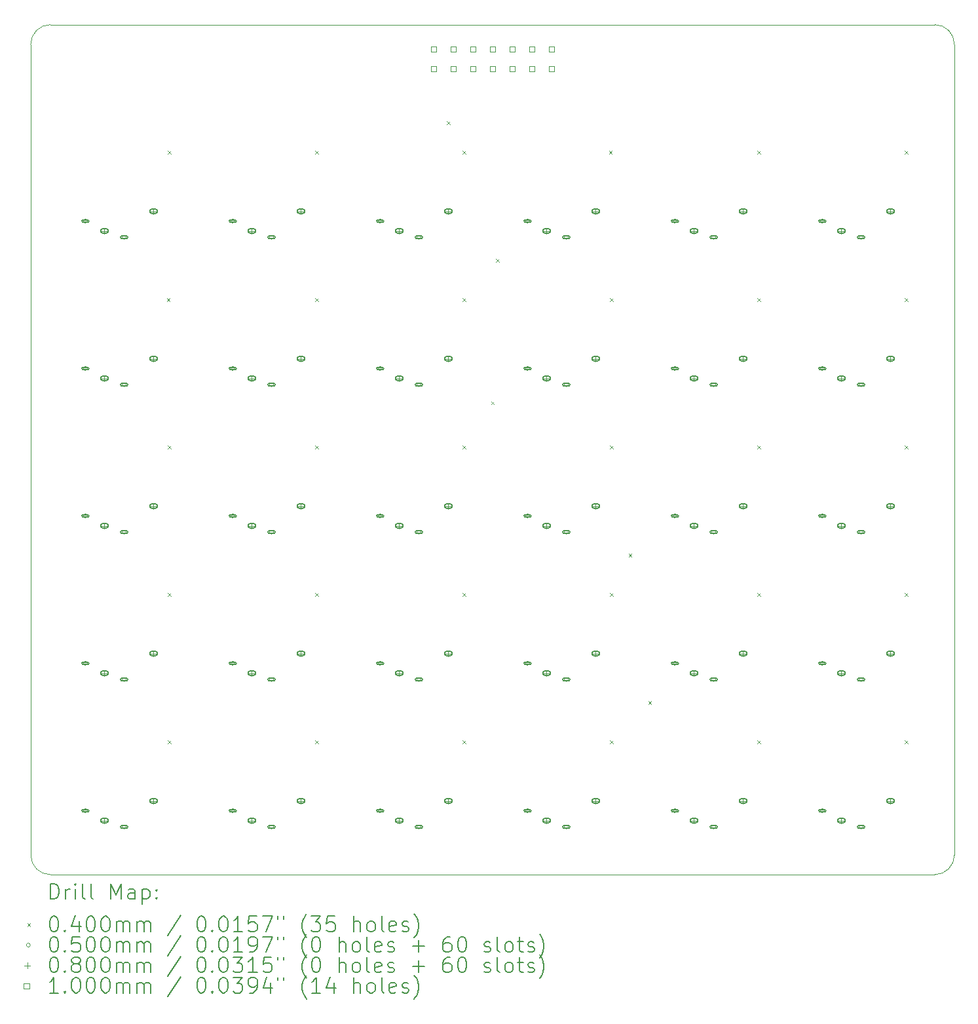
<source format=gbr>
%FSLAX45Y45*%
G04 Gerber Fmt 4.5, Leading zero omitted, Abs format (unit mm)*
G04 Created by KiCad (PCBNEW (6.0.5-0)) date 2022-06-17 00:43:15*
%MOMM*%
%LPD*%
G01*
G04 APERTURE LIST*
%TA.AperFunction,Profile*%
%ADD10C,0.120000*%
%TD*%
%ADD11C,0.200000*%
%ADD12C,0.040000*%
%ADD13C,0.050000*%
%ADD14C,0.080000*%
%ADD15C,0.100000*%
G04 APERTURE END LIST*
D10*
X-10477500Y-8826500D02*
X952500Y-8826500D01*
X952500Y-8826500D02*
G75*
G03*
X1206500Y-8572500I0J254000D01*
G01*
X1206500Y1905000D02*
G75*
G03*
X952500Y2159000I-254000J0D01*
G01*
X1206500Y1905000D02*
X1206500Y-8572500D01*
X-10731500Y-8572500D02*
G75*
G03*
X-10477500Y-8826500I254000J0D01*
G01*
X952500Y2159000D02*
X-10477500Y2159000D01*
X-10477500Y2159000D02*
G75*
G03*
X-10731500Y1905000I0J-254000D01*
G01*
X-10731500Y1905000D02*
X-10731500Y-8572500D01*
D11*
D12*
X-8973500Y-1377000D02*
X-8933500Y-1417000D01*
X-8933500Y-1377000D02*
X-8973500Y-1417000D01*
X-8960800Y528000D02*
X-8920800Y488000D01*
X-8920800Y528000D02*
X-8960800Y488000D01*
X-8960800Y-3282000D02*
X-8920800Y-3322000D01*
X-8920800Y-3282000D02*
X-8960800Y-3322000D01*
X-8960800Y-5187000D02*
X-8920800Y-5227000D01*
X-8920800Y-5187000D02*
X-8960800Y-5227000D01*
X-8960800Y-7092000D02*
X-8920800Y-7132000D01*
X-8920800Y-7092000D02*
X-8960800Y-7132000D01*
X-7055800Y528000D02*
X-7015800Y488000D01*
X-7015800Y528000D02*
X-7055800Y488000D01*
X-7055800Y-1377000D02*
X-7015800Y-1417000D01*
X-7015800Y-1377000D02*
X-7055800Y-1417000D01*
X-7055800Y-3282000D02*
X-7015800Y-3322000D01*
X-7015800Y-3282000D02*
X-7055800Y-3322000D01*
X-7055800Y-5187000D02*
X-7015800Y-5227000D01*
X-7015800Y-5187000D02*
X-7055800Y-5227000D01*
X-7055800Y-7092000D02*
X-7015800Y-7132000D01*
X-7015800Y-7092000D02*
X-7055800Y-7132000D01*
X-5354000Y909000D02*
X-5314000Y869000D01*
X-5314000Y909000D02*
X-5354000Y869000D01*
X-5150800Y528000D02*
X-5110800Y488000D01*
X-5110800Y528000D02*
X-5150800Y488000D01*
X-5150800Y-1377000D02*
X-5110800Y-1417000D01*
X-5110800Y-1377000D02*
X-5150800Y-1417000D01*
X-5150800Y-3282000D02*
X-5110800Y-3322000D01*
X-5110800Y-3282000D02*
X-5150800Y-3322000D01*
X-5150800Y-5187000D02*
X-5110800Y-5227000D01*
X-5110800Y-5187000D02*
X-5150800Y-5227000D01*
X-5150800Y-7092000D02*
X-5110800Y-7132000D01*
X-5110800Y-7092000D02*
X-5150800Y-7132000D01*
X-4782500Y-2710500D02*
X-4742500Y-2750500D01*
X-4742500Y-2710500D02*
X-4782500Y-2750500D01*
X-4719000Y-869000D02*
X-4679000Y-909000D01*
X-4679000Y-869000D02*
X-4719000Y-909000D01*
X-3258500Y528000D02*
X-3218500Y488000D01*
X-3218500Y528000D02*
X-3258500Y488000D01*
X-3245800Y-1377000D02*
X-3205800Y-1417000D01*
X-3205800Y-1377000D02*
X-3245800Y-1417000D01*
X-3245800Y-3282000D02*
X-3205800Y-3322000D01*
X-3205800Y-3282000D02*
X-3245800Y-3322000D01*
X-3245800Y-5187000D02*
X-3205800Y-5227000D01*
X-3205800Y-5187000D02*
X-3245800Y-5227000D01*
X-3245800Y-7092000D02*
X-3205800Y-7132000D01*
X-3205800Y-7092000D02*
X-3245800Y-7132000D01*
X-3004500Y-4679000D02*
X-2964500Y-4719000D01*
X-2964500Y-4679000D02*
X-3004500Y-4719000D01*
X-2750500Y-6584000D02*
X-2710500Y-6624000D01*
X-2710500Y-6584000D02*
X-2750500Y-6624000D01*
X-1340800Y528000D02*
X-1300800Y488000D01*
X-1300800Y528000D02*
X-1340800Y488000D01*
X-1340800Y-1377000D02*
X-1300800Y-1417000D01*
X-1300800Y-1377000D02*
X-1340800Y-1417000D01*
X-1340800Y-3282000D02*
X-1300800Y-3322000D01*
X-1300800Y-3282000D02*
X-1340800Y-3322000D01*
X-1340800Y-5187000D02*
X-1300800Y-5227000D01*
X-1300800Y-5187000D02*
X-1340800Y-5227000D01*
X-1340800Y-7092000D02*
X-1300800Y-7132000D01*
X-1300800Y-7092000D02*
X-1340800Y-7132000D01*
X564200Y528000D02*
X604200Y488000D01*
X604200Y528000D02*
X564200Y488000D01*
X564200Y-1377000D02*
X604200Y-1417000D01*
X604200Y-1377000D02*
X564200Y-1417000D01*
X564200Y-3282000D02*
X604200Y-3322000D01*
X604200Y-3282000D02*
X564200Y-3322000D01*
X564200Y-5187000D02*
X604200Y-5227000D01*
X604200Y-5187000D02*
X564200Y-5227000D01*
X564200Y-7092000D02*
X604200Y-7132000D01*
X604200Y-7092000D02*
X564200Y-7132000D01*
D13*
X-10000000Y-380000D02*
G75*
G03*
X-10000000Y-380000I-25000J0D01*
G01*
D11*
X-9990000Y-365000D02*
X-10060000Y-365000D01*
X-9990000Y-395000D02*
X-10060000Y-395000D01*
X-10060000Y-365000D02*
G75*
G03*
X-10060000Y-395000I0J-15000D01*
G01*
X-9990000Y-395000D02*
G75*
G03*
X-9990000Y-365000I0J15000D01*
G01*
D13*
X-10000000Y-2285000D02*
G75*
G03*
X-10000000Y-2285000I-25000J0D01*
G01*
D11*
X-9990000Y-2270000D02*
X-10060000Y-2270000D01*
X-9990000Y-2300000D02*
X-10060000Y-2300000D01*
X-10060000Y-2270000D02*
G75*
G03*
X-10060000Y-2300000I0J-15000D01*
G01*
X-9990000Y-2300000D02*
G75*
G03*
X-9990000Y-2270000I0J15000D01*
G01*
D13*
X-10000000Y-4190000D02*
G75*
G03*
X-10000000Y-4190000I-25000J0D01*
G01*
D11*
X-9990000Y-4175000D02*
X-10060000Y-4175000D01*
X-9990000Y-4205000D02*
X-10060000Y-4205000D01*
X-10060000Y-4175000D02*
G75*
G03*
X-10060000Y-4205000I0J-15000D01*
G01*
X-9990000Y-4205000D02*
G75*
G03*
X-9990000Y-4175000I0J15000D01*
G01*
D13*
X-10000000Y-6095000D02*
G75*
G03*
X-10000000Y-6095000I-25000J0D01*
G01*
D11*
X-9990000Y-6080000D02*
X-10060000Y-6080000D01*
X-9990000Y-6110000D02*
X-10060000Y-6110000D01*
X-10060000Y-6080000D02*
G75*
G03*
X-10060000Y-6110000I0J-15000D01*
G01*
X-9990000Y-6110000D02*
G75*
G03*
X-9990000Y-6080000I0J15000D01*
G01*
D13*
X-10000000Y-8000000D02*
G75*
G03*
X-10000000Y-8000000I-25000J0D01*
G01*
D11*
X-9990000Y-7985000D02*
X-10060000Y-7985000D01*
X-9990000Y-8015000D02*
X-10060000Y-8015000D01*
X-10060000Y-7985000D02*
G75*
G03*
X-10060000Y-8015000I0J-15000D01*
G01*
X-9990000Y-8015000D02*
G75*
G03*
X-9990000Y-7985000I0J15000D01*
G01*
D13*
X-9500000Y-590000D02*
G75*
G03*
X-9500000Y-590000I-25000J0D01*
G01*
D11*
X-9490000Y-575000D02*
X-9560000Y-575000D01*
X-9490000Y-605000D02*
X-9560000Y-605000D01*
X-9560000Y-575000D02*
G75*
G03*
X-9560000Y-605000I0J-15000D01*
G01*
X-9490000Y-605000D02*
G75*
G03*
X-9490000Y-575000I0J15000D01*
G01*
D13*
X-9500000Y-2495000D02*
G75*
G03*
X-9500000Y-2495000I-25000J0D01*
G01*
D11*
X-9490000Y-2480000D02*
X-9560000Y-2480000D01*
X-9490000Y-2510000D02*
X-9560000Y-2510000D01*
X-9560000Y-2480000D02*
G75*
G03*
X-9560000Y-2510000I0J-15000D01*
G01*
X-9490000Y-2510000D02*
G75*
G03*
X-9490000Y-2480000I0J15000D01*
G01*
D13*
X-9500000Y-4400000D02*
G75*
G03*
X-9500000Y-4400000I-25000J0D01*
G01*
D11*
X-9490000Y-4385000D02*
X-9560000Y-4385000D01*
X-9490000Y-4415000D02*
X-9560000Y-4415000D01*
X-9560000Y-4385000D02*
G75*
G03*
X-9560000Y-4415000I0J-15000D01*
G01*
X-9490000Y-4415000D02*
G75*
G03*
X-9490000Y-4385000I0J15000D01*
G01*
D13*
X-9500000Y-6305000D02*
G75*
G03*
X-9500000Y-6305000I-25000J0D01*
G01*
D11*
X-9490000Y-6290000D02*
X-9560000Y-6290000D01*
X-9490000Y-6320000D02*
X-9560000Y-6320000D01*
X-9560000Y-6290000D02*
G75*
G03*
X-9560000Y-6320000I0J-15000D01*
G01*
X-9490000Y-6320000D02*
G75*
G03*
X-9490000Y-6290000I0J15000D01*
G01*
D13*
X-9500000Y-8210000D02*
G75*
G03*
X-9500000Y-8210000I-25000J0D01*
G01*
D11*
X-9490000Y-8195000D02*
X-9560000Y-8195000D01*
X-9490000Y-8225000D02*
X-9560000Y-8225000D01*
X-9560000Y-8195000D02*
G75*
G03*
X-9560000Y-8225000I0J-15000D01*
G01*
X-9490000Y-8225000D02*
G75*
G03*
X-9490000Y-8195000I0J15000D01*
G01*
D13*
X-8095000Y-380000D02*
G75*
G03*
X-8095000Y-380000I-25000J0D01*
G01*
D11*
X-8085000Y-365000D02*
X-8155000Y-365000D01*
X-8085000Y-395000D02*
X-8155000Y-395000D01*
X-8155000Y-365000D02*
G75*
G03*
X-8155000Y-395000I0J-15000D01*
G01*
X-8085000Y-395000D02*
G75*
G03*
X-8085000Y-365000I0J15000D01*
G01*
D13*
X-8095000Y-2285000D02*
G75*
G03*
X-8095000Y-2285000I-25000J0D01*
G01*
D11*
X-8085000Y-2270000D02*
X-8155000Y-2270000D01*
X-8085000Y-2300000D02*
X-8155000Y-2300000D01*
X-8155000Y-2270000D02*
G75*
G03*
X-8155000Y-2300000I0J-15000D01*
G01*
X-8085000Y-2300000D02*
G75*
G03*
X-8085000Y-2270000I0J15000D01*
G01*
D13*
X-8095000Y-4190000D02*
G75*
G03*
X-8095000Y-4190000I-25000J0D01*
G01*
D11*
X-8085000Y-4175000D02*
X-8155000Y-4175000D01*
X-8085000Y-4205000D02*
X-8155000Y-4205000D01*
X-8155000Y-4175000D02*
G75*
G03*
X-8155000Y-4205000I0J-15000D01*
G01*
X-8085000Y-4205000D02*
G75*
G03*
X-8085000Y-4175000I0J15000D01*
G01*
D13*
X-8095000Y-6095000D02*
G75*
G03*
X-8095000Y-6095000I-25000J0D01*
G01*
D11*
X-8085000Y-6080000D02*
X-8155000Y-6080000D01*
X-8085000Y-6110000D02*
X-8155000Y-6110000D01*
X-8155000Y-6080000D02*
G75*
G03*
X-8155000Y-6110000I0J-15000D01*
G01*
X-8085000Y-6110000D02*
G75*
G03*
X-8085000Y-6080000I0J15000D01*
G01*
D13*
X-8095000Y-8000000D02*
G75*
G03*
X-8095000Y-8000000I-25000J0D01*
G01*
D11*
X-8085000Y-7985000D02*
X-8155000Y-7985000D01*
X-8085000Y-8015000D02*
X-8155000Y-8015000D01*
X-8155000Y-7985000D02*
G75*
G03*
X-8155000Y-8015000I0J-15000D01*
G01*
X-8085000Y-8015000D02*
G75*
G03*
X-8085000Y-7985000I0J15000D01*
G01*
D13*
X-7595000Y-590000D02*
G75*
G03*
X-7595000Y-590000I-25000J0D01*
G01*
D11*
X-7585000Y-575000D02*
X-7655000Y-575000D01*
X-7585000Y-605000D02*
X-7655000Y-605000D01*
X-7655000Y-575000D02*
G75*
G03*
X-7655000Y-605000I0J-15000D01*
G01*
X-7585000Y-605000D02*
G75*
G03*
X-7585000Y-575000I0J15000D01*
G01*
D13*
X-7595000Y-2495000D02*
G75*
G03*
X-7595000Y-2495000I-25000J0D01*
G01*
D11*
X-7585000Y-2480000D02*
X-7655000Y-2480000D01*
X-7585000Y-2510000D02*
X-7655000Y-2510000D01*
X-7655000Y-2480000D02*
G75*
G03*
X-7655000Y-2510000I0J-15000D01*
G01*
X-7585000Y-2510000D02*
G75*
G03*
X-7585000Y-2480000I0J15000D01*
G01*
D13*
X-7595000Y-4400000D02*
G75*
G03*
X-7595000Y-4400000I-25000J0D01*
G01*
D11*
X-7585000Y-4385000D02*
X-7655000Y-4385000D01*
X-7585000Y-4415000D02*
X-7655000Y-4415000D01*
X-7655000Y-4385000D02*
G75*
G03*
X-7655000Y-4415000I0J-15000D01*
G01*
X-7585000Y-4415000D02*
G75*
G03*
X-7585000Y-4385000I0J15000D01*
G01*
D13*
X-7595000Y-6305000D02*
G75*
G03*
X-7595000Y-6305000I-25000J0D01*
G01*
D11*
X-7585000Y-6290000D02*
X-7655000Y-6290000D01*
X-7585000Y-6320000D02*
X-7655000Y-6320000D01*
X-7655000Y-6290000D02*
G75*
G03*
X-7655000Y-6320000I0J-15000D01*
G01*
X-7585000Y-6320000D02*
G75*
G03*
X-7585000Y-6290000I0J15000D01*
G01*
D13*
X-7595000Y-8210000D02*
G75*
G03*
X-7595000Y-8210000I-25000J0D01*
G01*
D11*
X-7585000Y-8195000D02*
X-7655000Y-8195000D01*
X-7585000Y-8225000D02*
X-7655000Y-8225000D01*
X-7655000Y-8195000D02*
G75*
G03*
X-7655000Y-8225000I0J-15000D01*
G01*
X-7585000Y-8225000D02*
G75*
G03*
X-7585000Y-8195000I0J15000D01*
G01*
D13*
X-6190000Y-380000D02*
G75*
G03*
X-6190000Y-380000I-25000J0D01*
G01*
D11*
X-6180000Y-365000D02*
X-6250000Y-365000D01*
X-6180000Y-395000D02*
X-6250000Y-395000D01*
X-6250000Y-365000D02*
G75*
G03*
X-6250000Y-395000I0J-15000D01*
G01*
X-6180000Y-395000D02*
G75*
G03*
X-6180000Y-365000I0J15000D01*
G01*
D13*
X-6190000Y-2285000D02*
G75*
G03*
X-6190000Y-2285000I-25000J0D01*
G01*
D11*
X-6180000Y-2270000D02*
X-6250000Y-2270000D01*
X-6180000Y-2300000D02*
X-6250000Y-2300000D01*
X-6250000Y-2270000D02*
G75*
G03*
X-6250000Y-2300000I0J-15000D01*
G01*
X-6180000Y-2300000D02*
G75*
G03*
X-6180000Y-2270000I0J15000D01*
G01*
D13*
X-6190000Y-4190000D02*
G75*
G03*
X-6190000Y-4190000I-25000J0D01*
G01*
D11*
X-6180000Y-4175000D02*
X-6250000Y-4175000D01*
X-6180000Y-4205000D02*
X-6250000Y-4205000D01*
X-6250000Y-4175000D02*
G75*
G03*
X-6250000Y-4205000I0J-15000D01*
G01*
X-6180000Y-4205000D02*
G75*
G03*
X-6180000Y-4175000I0J15000D01*
G01*
D13*
X-6190000Y-6095000D02*
G75*
G03*
X-6190000Y-6095000I-25000J0D01*
G01*
D11*
X-6180000Y-6080000D02*
X-6250000Y-6080000D01*
X-6180000Y-6110000D02*
X-6250000Y-6110000D01*
X-6250000Y-6080000D02*
G75*
G03*
X-6250000Y-6110000I0J-15000D01*
G01*
X-6180000Y-6110000D02*
G75*
G03*
X-6180000Y-6080000I0J15000D01*
G01*
D13*
X-6190000Y-8000000D02*
G75*
G03*
X-6190000Y-8000000I-25000J0D01*
G01*
D11*
X-6180000Y-7985000D02*
X-6250000Y-7985000D01*
X-6180000Y-8015000D02*
X-6250000Y-8015000D01*
X-6250000Y-7985000D02*
G75*
G03*
X-6250000Y-8015000I0J-15000D01*
G01*
X-6180000Y-8015000D02*
G75*
G03*
X-6180000Y-7985000I0J15000D01*
G01*
D13*
X-5690000Y-590000D02*
G75*
G03*
X-5690000Y-590000I-25000J0D01*
G01*
D11*
X-5680000Y-575000D02*
X-5750000Y-575000D01*
X-5680000Y-605000D02*
X-5750000Y-605000D01*
X-5750000Y-575000D02*
G75*
G03*
X-5750000Y-605000I0J-15000D01*
G01*
X-5680000Y-605000D02*
G75*
G03*
X-5680000Y-575000I0J15000D01*
G01*
D13*
X-5690000Y-2495000D02*
G75*
G03*
X-5690000Y-2495000I-25000J0D01*
G01*
D11*
X-5680000Y-2480000D02*
X-5750000Y-2480000D01*
X-5680000Y-2510000D02*
X-5750000Y-2510000D01*
X-5750000Y-2480000D02*
G75*
G03*
X-5750000Y-2510000I0J-15000D01*
G01*
X-5680000Y-2510000D02*
G75*
G03*
X-5680000Y-2480000I0J15000D01*
G01*
D13*
X-5690000Y-4400000D02*
G75*
G03*
X-5690000Y-4400000I-25000J0D01*
G01*
D11*
X-5680000Y-4385000D02*
X-5750000Y-4385000D01*
X-5680000Y-4415000D02*
X-5750000Y-4415000D01*
X-5750000Y-4385000D02*
G75*
G03*
X-5750000Y-4415000I0J-15000D01*
G01*
X-5680000Y-4415000D02*
G75*
G03*
X-5680000Y-4385000I0J15000D01*
G01*
D13*
X-5690000Y-6305000D02*
G75*
G03*
X-5690000Y-6305000I-25000J0D01*
G01*
D11*
X-5680000Y-6290000D02*
X-5750000Y-6290000D01*
X-5680000Y-6320000D02*
X-5750000Y-6320000D01*
X-5750000Y-6290000D02*
G75*
G03*
X-5750000Y-6320000I0J-15000D01*
G01*
X-5680000Y-6320000D02*
G75*
G03*
X-5680000Y-6290000I0J15000D01*
G01*
D13*
X-5690000Y-8210000D02*
G75*
G03*
X-5690000Y-8210000I-25000J0D01*
G01*
D11*
X-5680000Y-8195000D02*
X-5750000Y-8195000D01*
X-5680000Y-8225000D02*
X-5750000Y-8225000D01*
X-5750000Y-8195000D02*
G75*
G03*
X-5750000Y-8225000I0J-15000D01*
G01*
X-5680000Y-8225000D02*
G75*
G03*
X-5680000Y-8195000I0J15000D01*
G01*
D13*
X-4285000Y-380000D02*
G75*
G03*
X-4285000Y-380000I-25000J0D01*
G01*
D11*
X-4275000Y-365000D02*
X-4345000Y-365000D01*
X-4275000Y-395000D02*
X-4345000Y-395000D01*
X-4345000Y-365000D02*
G75*
G03*
X-4345000Y-395000I0J-15000D01*
G01*
X-4275000Y-395000D02*
G75*
G03*
X-4275000Y-365000I0J15000D01*
G01*
D13*
X-4285000Y-2285000D02*
G75*
G03*
X-4285000Y-2285000I-25000J0D01*
G01*
D11*
X-4275000Y-2270000D02*
X-4345000Y-2270000D01*
X-4275000Y-2300000D02*
X-4345000Y-2300000D01*
X-4345000Y-2270000D02*
G75*
G03*
X-4345000Y-2300000I0J-15000D01*
G01*
X-4275000Y-2300000D02*
G75*
G03*
X-4275000Y-2270000I0J15000D01*
G01*
D13*
X-4285000Y-4190000D02*
G75*
G03*
X-4285000Y-4190000I-25000J0D01*
G01*
D11*
X-4275000Y-4175000D02*
X-4345000Y-4175000D01*
X-4275000Y-4205000D02*
X-4345000Y-4205000D01*
X-4345000Y-4175000D02*
G75*
G03*
X-4345000Y-4205000I0J-15000D01*
G01*
X-4275000Y-4205000D02*
G75*
G03*
X-4275000Y-4175000I0J15000D01*
G01*
D13*
X-4285000Y-6095000D02*
G75*
G03*
X-4285000Y-6095000I-25000J0D01*
G01*
D11*
X-4275000Y-6080000D02*
X-4345000Y-6080000D01*
X-4275000Y-6110000D02*
X-4345000Y-6110000D01*
X-4345000Y-6080000D02*
G75*
G03*
X-4345000Y-6110000I0J-15000D01*
G01*
X-4275000Y-6110000D02*
G75*
G03*
X-4275000Y-6080000I0J15000D01*
G01*
D13*
X-4285000Y-8000000D02*
G75*
G03*
X-4285000Y-8000000I-25000J0D01*
G01*
D11*
X-4275000Y-7985000D02*
X-4345000Y-7985000D01*
X-4275000Y-8015000D02*
X-4345000Y-8015000D01*
X-4345000Y-7985000D02*
G75*
G03*
X-4345000Y-8015000I0J-15000D01*
G01*
X-4275000Y-8015000D02*
G75*
G03*
X-4275000Y-7985000I0J15000D01*
G01*
D13*
X-3785000Y-590000D02*
G75*
G03*
X-3785000Y-590000I-25000J0D01*
G01*
D11*
X-3775000Y-575000D02*
X-3845000Y-575000D01*
X-3775000Y-605000D02*
X-3845000Y-605000D01*
X-3845000Y-575000D02*
G75*
G03*
X-3845000Y-605000I0J-15000D01*
G01*
X-3775000Y-605000D02*
G75*
G03*
X-3775000Y-575000I0J15000D01*
G01*
D13*
X-3785000Y-2495000D02*
G75*
G03*
X-3785000Y-2495000I-25000J0D01*
G01*
D11*
X-3775000Y-2480000D02*
X-3845000Y-2480000D01*
X-3775000Y-2510000D02*
X-3845000Y-2510000D01*
X-3845000Y-2480000D02*
G75*
G03*
X-3845000Y-2510000I0J-15000D01*
G01*
X-3775000Y-2510000D02*
G75*
G03*
X-3775000Y-2480000I0J15000D01*
G01*
D13*
X-3785000Y-4400000D02*
G75*
G03*
X-3785000Y-4400000I-25000J0D01*
G01*
D11*
X-3775000Y-4385000D02*
X-3845000Y-4385000D01*
X-3775000Y-4415000D02*
X-3845000Y-4415000D01*
X-3845000Y-4385000D02*
G75*
G03*
X-3845000Y-4415000I0J-15000D01*
G01*
X-3775000Y-4415000D02*
G75*
G03*
X-3775000Y-4385000I0J15000D01*
G01*
D13*
X-3785000Y-6305000D02*
G75*
G03*
X-3785000Y-6305000I-25000J0D01*
G01*
D11*
X-3775000Y-6290000D02*
X-3845000Y-6290000D01*
X-3775000Y-6320000D02*
X-3845000Y-6320000D01*
X-3845000Y-6290000D02*
G75*
G03*
X-3845000Y-6320000I0J-15000D01*
G01*
X-3775000Y-6320000D02*
G75*
G03*
X-3775000Y-6290000I0J15000D01*
G01*
D13*
X-3785000Y-8210000D02*
G75*
G03*
X-3785000Y-8210000I-25000J0D01*
G01*
D11*
X-3775000Y-8195000D02*
X-3845000Y-8195000D01*
X-3775000Y-8225000D02*
X-3845000Y-8225000D01*
X-3845000Y-8195000D02*
G75*
G03*
X-3845000Y-8225000I0J-15000D01*
G01*
X-3775000Y-8225000D02*
G75*
G03*
X-3775000Y-8195000I0J15000D01*
G01*
D13*
X-2380000Y-380000D02*
G75*
G03*
X-2380000Y-380000I-25000J0D01*
G01*
D11*
X-2370000Y-365000D02*
X-2440000Y-365000D01*
X-2370000Y-395000D02*
X-2440000Y-395000D01*
X-2440000Y-365000D02*
G75*
G03*
X-2440000Y-395000I0J-15000D01*
G01*
X-2370000Y-395000D02*
G75*
G03*
X-2370000Y-365000I0J15000D01*
G01*
D13*
X-2380000Y-2285000D02*
G75*
G03*
X-2380000Y-2285000I-25000J0D01*
G01*
D11*
X-2370000Y-2270000D02*
X-2440000Y-2270000D01*
X-2370000Y-2300000D02*
X-2440000Y-2300000D01*
X-2440000Y-2270000D02*
G75*
G03*
X-2440000Y-2300000I0J-15000D01*
G01*
X-2370000Y-2300000D02*
G75*
G03*
X-2370000Y-2270000I0J15000D01*
G01*
D13*
X-2380000Y-4190000D02*
G75*
G03*
X-2380000Y-4190000I-25000J0D01*
G01*
D11*
X-2370000Y-4175000D02*
X-2440000Y-4175000D01*
X-2370000Y-4205000D02*
X-2440000Y-4205000D01*
X-2440000Y-4175000D02*
G75*
G03*
X-2440000Y-4205000I0J-15000D01*
G01*
X-2370000Y-4205000D02*
G75*
G03*
X-2370000Y-4175000I0J15000D01*
G01*
D13*
X-2380000Y-6095000D02*
G75*
G03*
X-2380000Y-6095000I-25000J0D01*
G01*
D11*
X-2370000Y-6080000D02*
X-2440000Y-6080000D01*
X-2370000Y-6110000D02*
X-2440000Y-6110000D01*
X-2440000Y-6080000D02*
G75*
G03*
X-2440000Y-6110000I0J-15000D01*
G01*
X-2370000Y-6110000D02*
G75*
G03*
X-2370000Y-6080000I0J15000D01*
G01*
D13*
X-2380000Y-8000000D02*
G75*
G03*
X-2380000Y-8000000I-25000J0D01*
G01*
D11*
X-2370000Y-7985000D02*
X-2440000Y-7985000D01*
X-2370000Y-8015000D02*
X-2440000Y-8015000D01*
X-2440000Y-7985000D02*
G75*
G03*
X-2440000Y-8015000I0J-15000D01*
G01*
X-2370000Y-8015000D02*
G75*
G03*
X-2370000Y-7985000I0J15000D01*
G01*
D13*
X-1880000Y-590000D02*
G75*
G03*
X-1880000Y-590000I-25000J0D01*
G01*
D11*
X-1870000Y-575000D02*
X-1940000Y-575000D01*
X-1870000Y-605000D02*
X-1940000Y-605000D01*
X-1940000Y-575000D02*
G75*
G03*
X-1940000Y-605000I0J-15000D01*
G01*
X-1870000Y-605000D02*
G75*
G03*
X-1870000Y-575000I0J15000D01*
G01*
D13*
X-1880000Y-2495000D02*
G75*
G03*
X-1880000Y-2495000I-25000J0D01*
G01*
D11*
X-1870000Y-2480000D02*
X-1940000Y-2480000D01*
X-1870000Y-2510000D02*
X-1940000Y-2510000D01*
X-1940000Y-2480000D02*
G75*
G03*
X-1940000Y-2510000I0J-15000D01*
G01*
X-1870000Y-2510000D02*
G75*
G03*
X-1870000Y-2480000I0J15000D01*
G01*
D13*
X-1880000Y-4400000D02*
G75*
G03*
X-1880000Y-4400000I-25000J0D01*
G01*
D11*
X-1870000Y-4385000D02*
X-1940000Y-4385000D01*
X-1870000Y-4415000D02*
X-1940000Y-4415000D01*
X-1940000Y-4385000D02*
G75*
G03*
X-1940000Y-4415000I0J-15000D01*
G01*
X-1870000Y-4415000D02*
G75*
G03*
X-1870000Y-4385000I0J15000D01*
G01*
D13*
X-1880000Y-6305000D02*
G75*
G03*
X-1880000Y-6305000I-25000J0D01*
G01*
D11*
X-1870000Y-6290000D02*
X-1940000Y-6290000D01*
X-1870000Y-6320000D02*
X-1940000Y-6320000D01*
X-1940000Y-6290000D02*
G75*
G03*
X-1940000Y-6320000I0J-15000D01*
G01*
X-1870000Y-6320000D02*
G75*
G03*
X-1870000Y-6290000I0J15000D01*
G01*
D13*
X-1880000Y-8210000D02*
G75*
G03*
X-1880000Y-8210000I-25000J0D01*
G01*
D11*
X-1870000Y-8195000D02*
X-1940000Y-8195000D01*
X-1870000Y-8225000D02*
X-1940000Y-8225000D01*
X-1940000Y-8195000D02*
G75*
G03*
X-1940000Y-8225000I0J-15000D01*
G01*
X-1870000Y-8225000D02*
G75*
G03*
X-1870000Y-8195000I0J15000D01*
G01*
D13*
X-475000Y-380000D02*
G75*
G03*
X-475000Y-380000I-25000J0D01*
G01*
D11*
X-465000Y-365000D02*
X-535000Y-365000D01*
X-465000Y-395000D02*
X-535000Y-395000D01*
X-535000Y-365000D02*
G75*
G03*
X-535000Y-395000I0J-15000D01*
G01*
X-465000Y-395000D02*
G75*
G03*
X-465000Y-365000I0J15000D01*
G01*
D13*
X-475000Y-2285000D02*
G75*
G03*
X-475000Y-2285000I-25000J0D01*
G01*
D11*
X-465000Y-2270000D02*
X-535000Y-2270000D01*
X-465000Y-2300000D02*
X-535000Y-2300000D01*
X-535000Y-2270000D02*
G75*
G03*
X-535000Y-2300000I0J-15000D01*
G01*
X-465000Y-2300000D02*
G75*
G03*
X-465000Y-2270000I0J15000D01*
G01*
D13*
X-475000Y-4190000D02*
G75*
G03*
X-475000Y-4190000I-25000J0D01*
G01*
D11*
X-465000Y-4175000D02*
X-535000Y-4175000D01*
X-465000Y-4205000D02*
X-535000Y-4205000D01*
X-535000Y-4175000D02*
G75*
G03*
X-535000Y-4205000I0J-15000D01*
G01*
X-465000Y-4205000D02*
G75*
G03*
X-465000Y-4175000I0J15000D01*
G01*
D13*
X-475000Y-6095000D02*
G75*
G03*
X-475000Y-6095000I-25000J0D01*
G01*
D11*
X-465000Y-6080000D02*
X-535000Y-6080000D01*
X-465000Y-6110000D02*
X-535000Y-6110000D01*
X-535000Y-6080000D02*
G75*
G03*
X-535000Y-6110000I0J-15000D01*
G01*
X-465000Y-6110000D02*
G75*
G03*
X-465000Y-6080000I0J15000D01*
G01*
D13*
X-475000Y-8000000D02*
G75*
G03*
X-475000Y-8000000I-25000J0D01*
G01*
D11*
X-465000Y-7985000D02*
X-535000Y-7985000D01*
X-465000Y-8015000D02*
X-535000Y-8015000D01*
X-535000Y-7985000D02*
G75*
G03*
X-535000Y-8015000I0J-15000D01*
G01*
X-465000Y-8015000D02*
G75*
G03*
X-465000Y-7985000I0J15000D01*
G01*
D13*
X25000Y-590000D02*
G75*
G03*
X25000Y-590000I-25000J0D01*
G01*
D11*
X35000Y-575000D02*
X-35000Y-575000D01*
X35000Y-605000D02*
X-35000Y-605000D01*
X-35000Y-575000D02*
G75*
G03*
X-35000Y-605000I0J-15000D01*
G01*
X35000Y-605000D02*
G75*
G03*
X35000Y-575000I0J15000D01*
G01*
D13*
X25000Y-2495000D02*
G75*
G03*
X25000Y-2495000I-25000J0D01*
G01*
D11*
X35000Y-2480000D02*
X-35000Y-2480000D01*
X35000Y-2510000D02*
X-35000Y-2510000D01*
X-35000Y-2480000D02*
G75*
G03*
X-35000Y-2510000I0J-15000D01*
G01*
X35000Y-2510000D02*
G75*
G03*
X35000Y-2480000I0J15000D01*
G01*
D13*
X25000Y-4400000D02*
G75*
G03*
X25000Y-4400000I-25000J0D01*
G01*
D11*
X35000Y-4385000D02*
X-35000Y-4385000D01*
X35000Y-4415000D02*
X-35000Y-4415000D01*
X-35000Y-4385000D02*
G75*
G03*
X-35000Y-4415000I0J-15000D01*
G01*
X35000Y-4415000D02*
G75*
G03*
X35000Y-4385000I0J15000D01*
G01*
D13*
X25000Y-6305000D02*
G75*
G03*
X25000Y-6305000I-25000J0D01*
G01*
D11*
X35000Y-6290000D02*
X-35000Y-6290000D01*
X35000Y-6320000D02*
X-35000Y-6320000D01*
X-35000Y-6290000D02*
G75*
G03*
X-35000Y-6320000I0J-15000D01*
G01*
X35000Y-6320000D02*
G75*
G03*
X35000Y-6290000I0J15000D01*
G01*
D13*
X25000Y-8210000D02*
G75*
G03*
X25000Y-8210000I-25000J0D01*
G01*
D11*
X35000Y-8195000D02*
X-35000Y-8195000D01*
X35000Y-8225000D02*
X-35000Y-8225000D01*
X-35000Y-8195000D02*
G75*
G03*
X-35000Y-8225000I0J-15000D01*
G01*
X35000Y-8225000D02*
G75*
G03*
X35000Y-8195000I0J15000D01*
G01*
D14*
X-9779000Y-468000D02*
X-9779000Y-548000D01*
X-9819000Y-508000D02*
X-9739000Y-508000D01*
D11*
X-9799000Y-538000D02*
X-9759000Y-538000D01*
X-9799000Y-478000D02*
X-9759000Y-478000D01*
X-9759000Y-538000D02*
G75*
G03*
X-9759000Y-478000I0J30000D01*
G01*
X-9799000Y-478000D02*
G75*
G03*
X-9799000Y-538000I0J-30000D01*
G01*
D14*
X-9779000Y-2373000D02*
X-9779000Y-2453000D01*
X-9819000Y-2413000D02*
X-9739000Y-2413000D01*
D11*
X-9799000Y-2443000D02*
X-9759000Y-2443000D01*
X-9799000Y-2383000D02*
X-9759000Y-2383000D01*
X-9759000Y-2443000D02*
G75*
G03*
X-9759000Y-2383000I0J30000D01*
G01*
X-9799000Y-2383000D02*
G75*
G03*
X-9799000Y-2443000I0J-30000D01*
G01*
D14*
X-9779000Y-4278000D02*
X-9779000Y-4358000D01*
X-9819000Y-4318000D02*
X-9739000Y-4318000D01*
D11*
X-9799000Y-4348000D02*
X-9759000Y-4348000D01*
X-9799000Y-4288000D02*
X-9759000Y-4288000D01*
X-9759000Y-4348000D02*
G75*
G03*
X-9759000Y-4288000I0J30000D01*
G01*
X-9799000Y-4288000D02*
G75*
G03*
X-9799000Y-4348000I0J-30000D01*
G01*
D14*
X-9779000Y-6183000D02*
X-9779000Y-6263000D01*
X-9819000Y-6223000D02*
X-9739000Y-6223000D01*
D11*
X-9799000Y-6253000D02*
X-9759000Y-6253000D01*
X-9799000Y-6193000D02*
X-9759000Y-6193000D01*
X-9759000Y-6253000D02*
G75*
G03*
X-9759000Y-6193000I0J30000D01*
G01*
X-9799000Y-6193000D02*
G75*
G03*
X-9799000Y-6253000I0J-30000D01*
G01*
D14*
X-9779000Y-8088000D02*
X-9779000Y-8168000D01*
X-9819000Y-8128000D02*
X-9739000Y-8128000D01*
D11*
X-9799000Y-8158000D02*
X-9759000Y-8158000D01*
X-9799000Y-8098000D02*
X-9759000Y-8098000D01*
X-9759000Y-8158000D02*
G75*
G03*
X-9759000Y-8098000I0J30000D01*
G01*
X-9799000Y-8098000D02*
G75*
G03*
X-9799000Y-8158000I0J-30000D01*
G01*
D14*
X-9144000Y-214000D02*
X-9144000Y-294000D01*
X-9184000Y-254000D02*
X-9104000Y-254000D01*
D11*
X-9164000Y-284000D02*
X-9124000Y-284000D01*
X-9164000Y-224000D02*
X-9124000Y-224000D01*
X-9124000Y-284000D02*
G75*
G03*
X-9124000Y-224000I0J30000D01*
G01*
X-9164000Y-224000D02*
G75*
G03*
X-9164000Y-284000I0J-30000D01*
G01*
D14*
X-9144000Y-2119000D02*
X-9144000Y-2199000D01*
X-9184000Y-2159000D02*
X-9104000Y-2159000D01*
D11*
X-9164000Y-2189000D02*
X-9124000Y-2189000D01*
X-9164000Y-2129000D02*
X-9124000Y-2129000D01*
X-9124000Y-2189000D02*
G75*
G03*
X-9124000Y-2129000I0J30000D01*
G01*
X-9164000Y-2129000D02*
G75*
G03*
X-9164000Y-2189000I0J-30000D01*
G01*
D14*
X-9144000Y-4024000D02*
X-9144000Y-4104000D01*
X-9184000Y-4064000D02*
X-9104000Y-4064000D01*
D11*
X-9164000Y-4094000D02*
X-9124000Y-4094000D01*
X-9164000Y-4034000D02*
X-9124000Y-4034000D01*
X-9124000Y-4094000D02*
G75*
G03*
X-9124000Y-4034000I0J30000D01*
G01*
X-9164000Y-4034000D02*
G75*
G03*
X-9164000Y-4094000I0J-30000D01*
G01*
D14*
X-9144000Y-5929000D02*
X-9144000Y-6009000D01*
X-9184000Y-5969000D02*
X-9104000Y-5969000D01*
D11*
X-9164000Y-5999000D02*
X-9124000Y-5999000D01*
X-9164000Y-5939000D02*
X-9124000Y-5939000D01*
X-9124000Y-5999000D02*
G75*
G03*
X-9124000Y-5939000I0J30000D01*
G01*
X-9164000Y-5939000D02*
G75*
G03*
X-9164000Y-5999000I0J-30000D01*
G01*
D14*
X-9144000Y-7834000D02*
X-9144000Y-7914000D01*
X-9184000Y-7874000D02*
X-9104000Y-7874000D01*
D11*
X-9164000Y-7904000D02*
X-9124000Y-7904000D01*
X-9164000Y-7844000D02*
X-9124000Y-7844000D01*
X-9124000Y-7904000D02*
G75*
G03*
X-9124000Y-7844000I0J30000D01*
G01*
X-9164000Y-7844000D02*
G75*
G03*
X-9164000Y-7904000I0J-30000D01*
G01*
D14*
X-7874000Y-468000D02*
X-7874000Y-548000D01*
X-7914000Y-508000D02*
X-7834000Y-508000D01*
D11*
X-7894000Y-538000D02*
X-7854000Y-538000D01*
X-7894000Y-478000D02*
X-7854000Y-478000D01*
X-7854000Y-538000D02*
G75*
G03*
X-7854000Y-478000I0J30000D01*
G01*
X-7894000Y-478000D02*
G75*
G03*
X-7894000Y-538000I0J-30000D01*
G01*
D14*
X-7874000Y-2373000D02*
X-7874000Y-2453000D01*
X-7914000Y-2413000D02*
X-7834000Y-2413000D01*
D11*
X-7894000Y-2443000D02*
X-7854000Y-2443000D01*
X-7894000Y-2383000D02*
X-7854000Y-2383000D01*
X-7854000Y-2443000D02*
G75*
G03*
X-7854000Y-2383000I0J30000D01*
G01*
X-7894000Y-2383000D02*
G75*
G03*
X-7894000Y-2443000I0J-30000D01*
G01*
D14*
X-7874000Y-4278000D02*
X-7874000Y-4358000D01*
X-7914000Y-4318000D02*
X-7834000Y-4318000D01*
D11*
X-7894000Y-4348000D02*
X-7854000Y-4348000D01*
X-7894000Y-4288000D02*
X-7854000Y-4288000D01*
X-7854000Y-4348000D02*
G75*
G03*
X-7854000Y-4288000I0J30000D01*
G01*
X-7894000Y-4288000D02*
G75*
G03*
X-7894000Y-4348000I0J-30000D01*
G01*
D14*
X-7874000Y-6183000D02*
X-7874000Y-6263000D01*
X-7914000Y-6223000D02*
X-7834000Y-6223000D01*
D11*
X-7894000Y-6253000D02*
X-7854000Y-6253000D01*
X-7894000Y-6193000D02*
X-7854000Y-6193000D01*
X-7854000Y-6253000D02*
G75*
G03*
X-7854000Y-6193000I0J30000D01*
G01*
X-7894000Y-6193000D02*
G75*
G03*
X-7894000Y-6253000I0J-30000D01*
G01*
D14*
X-7874000Y-8088000D02*
X-7874000Y-8168000D01*
X-7914000Y-8128000D02*
X-7834000Y-8128000D01*
D11*
X-7894000Y-8158000D02*
X-7854000Y-8158000D01*
X-7894000Y-8098000D02*
X-7854000Y-8098000D01*
X-7854000Y-8158000D02*
G75*
G03*
X-7854000Y-8098000I0J30000D01*
G01*
X-7894000Y-8098000D02*
G75*
G03*
X-7894000Y-8158000I0J-30000D01*
G01*
D14*
X-7239000Y-214000D02*
X-7239000Y-294000D01*
X-7279000Y-254000D02*
X-7199000Y-254000D01*
D11*
X-7259000Y-284000D02*
X-7219000Y-284000D01*
X-7259000Y-224000D02*
X-7219000Y-224000D01*
X-7219000Y-284000D02*
G75*
G03*
X-7219000Y-224000I0J30000D01*
G01*
X-7259000Y-224000D02*
G75*
G03*
X-7259000Y-284000I0J-30000D01*
G01*
D14*
X-7239000Y-2119000D02*
X-7239000Y-2199000D01*
X-7279000Y-2159000D02*
X-7199000Y-2159000D01*
D11*
X-7259000Y-2189000D02*
X-7219000Y-2189000D01*
X-7259000Y-2129000D02*
X-7219000Y-2129000D01*
X-7219000Y-2189000D02*
G75*
G03*
X-7219000Y-2129000I0J30000D01*
G01*
X-7259000Y-2129000D02*
G75*
G03*
X-7259000Y-2189000I0J-30000D01*
G01*
D14*
X-7239000Y-4024000D02*
X-7239000Y-4104000D01*
X-7279000Y-4064000D02*
X-7199000Y-4064000D01*
D11*
X-7259000Y-4094000D02*
X-7219000Y-4094000D01*
X-7259000Y-4034000D02*
X-7219000Y-4034000D01*
X-7219000Y-4094000D02*
G75*
G03*
X-7219000Y-4034000I0J30000D01*
G01*
X-7259000Y-4034000D02*
G75*
G03*
X-7259000Y-4094000I0J-30000D01*
G01*
D14*
X-7239000Y-5929000D02*
X-7239000Y-6009000D01*
X-7279000Y-5969000D02*
X-7199000Y-5969000D01*
D11*
X-7259000Y-5999000D02*
X-7219000Y-5999000D01*
X-7259000Y-5939000D02*
X-7219000Y-5939000D01*
X-7219000Y-5999000D02*
G75*
G03*
X-7219000Y-5939000I0J30000D01*
G01*
X-7259000Y-5939000D02*
G75*
G03*
X-7259000Y-5999000I0J-30000D01*
G01*
D14*
X-7239000Y-7834000D02*
X-7239000Y-7914000D01*
X-7279000Y-7874000D02*
X-7199000Y-7874000D01*
D11*
X-7259000Y-7904000D02*
X-7219000Y-7904000D01*
X-7259000Y-7844000D02*
X-7219000Y-7844000D01*
X-7219000Y-7904000D02*
G75*
G03*
X-7219000Y-7844000I0J30000D01*
G01*
X-7259000Y-7844000D02*
G75*
G03*
X-7259000Y-7904000I0J-30000D01*
G01*
D14*
X-5969000Y-468000D02*
X-5969000Y-548000D01*
X-6009000Y-508000D02*
X-5929000Y-508000D01*
D11*
X-5989000Y-538000D02*
X-5949000Y-538000D01*
X-5989000Y-478000D02*
X-5949000Y-478000D01*
X-5949000Y-538000D02*
G75*
G03*
X-5949000Y-478000I0J30000D01*
G01*
X-5989000Y-478000D02*
G75*
G03*
X-5989000Y-538000I0J-30000D01*
G01*
D14*
X-5969000Y-2373000D02*
X-5969000Y-2453000D01*
X-6009000Y-2413000D02*
X-5929000Y-2413000D01*
D11*
X-5989000Y-2443000D02*
X-5949000Y-2443000D01*
X-5989000Y-2383000D02*
X-5949000Y-2383000D01*
X-5949000Y-2443000D02*
G75*
G03*
X-5949000Y-2383000I0J30000D01*
G01*
X-5989000Y-2383000D02*
G75*
G03*
X-5989000Y-2443000I0J-30000D01*
G01*
D14*
X-5969000Y-4278000D02*
X-5969000Y-4358000D01*
X-6009000Y-4318000D02*
X-5929000Y-4318000D01*
D11*
X-5989000Y-4348000D02*
X-5949000Y-4348000D01*
X-5989000Y-4288000D02*
X-5949000Y-4288000D01*
X-5949000Y-4348000D02*
G75*
G03*
X-5949000Y-4288000I0J30000D01*
G01*
X-5989000Y-4288000D02*
G75*
G03*
X-5989000Y-4348000I0J-30000D01*
G01*
D14*
X-5969000Y-6183000D02*
X-5969000Y-6263000D01*
X-6009000Y-6223000D02*
X-5929000Y-6223000D01*
D11*
X-5989000Y-6253000D02*
X-5949000Y-6253000D01*
X-5989000Y-6193000D02*
X-5949000Y-6193000D01*
X-5949000Y-6253000D02*
G75*
G03*
X-5949000Y-6193000I0J30000D01*
G01*
X-5989000Y-6193000D02*
G75*
G03*
X-5989000Y-6253000I0J-30000D01*
G01*
D14*
X-5969000Y-8088000D02*
X-5969000Y-8168000D01*
X-6009000Y-8128000D02*
X-5929000Y-8128000D01*
D11*
X-5989000Y-8158000D02*
X-5949000Y-8158000D01*
X-5989000Y-8098000D02*
X-5949000Y-8098000D01*
X-5949000Y-8158000D02*
G75*
G03*
X-5949000Y-8098000I0J30000D01*
G01*
X-5989000Y-8098000D02*
G75*
G03*
X-5989000Y-8158000I0J-30000D01*
G01*
D14*
X-5334000Y-214000D02*
X-5334000Y-294000D01*
X-5374000Y-254000D02*
X-5294000Y-254000D01*
D11*
X-5354000Y-284000D02*
X-5314000Y-284000D01*
X-5354000Y-224000D02*
X-5314000Y-224000D01*
X-5314000Y-284000D02*
G75*
G03*
X-5314000Y-224000I0J30000D01*
G01*
X-5354000Y-224000D02*
G75*
G03*
X-5354000Y-284000I0J-30000D01*
G01*
D14*
X-5334000Y-2119000D02*
X-5334000Y-2199000D01*
X-5374000Y-2159000D02*
X-5294000Y-2159000D01*
D11*
X-5354000Y-2189000D02*
X-5314000Y-2189000D01*
X-5354000Y-2129000D02*
X-5314000Y-2129000D01*
X-5314000Y-2189000D02*
G75*
G03*
X-5314000Y-2129000I0J30000D01*
G01*
X-5354000Y-2129000D02*
G75*
G03*
X-5354000Y-2189000I0J-30000D01*
G01*
D14*
X-5334000Y-4024000D02*
X-5334000Y-4104000D01*
X-5374000Y-4064000D02*
X-5294000Y-4064000D01*
D11*
X-5354000Y-4094000D02*
X-5314000Y-4094000D01*
X-5354000Y-4034000D02*
X-5314000Y-4034000D01*
X-5314000Y-4094000D02*
G75*
G03*
X-5314000Y-4034000I0J30000D01*
G01*
X-5354000Y-4034000D02*
G75*
G03*
X-5354000Y-4094000I0J-30000D01*
G01*
D14*
X-5334000Y-5929000D02*
X-5334000Y-6009000D01*
X-5374000Y-5969000D02*
X-5294000Y-5969000D01*
D11*
X-5354000Y-5999000D02*
X-5314000Y-5999000D01*
X-5354000Y-5939000D02*
X-5314000Y-5939000D01*
X-5314000Y-5999000D02*
G75*
G03*
X-5314000Y-5939000I0J30000D01*
G01*
X-5354000Y-5939000D02*
G75*
G03*
X-5354000Y-5999000I0J-30000D01*
G01*
D14*
X-5334000Y-7834000D02*
X-5334000Y-7914000D01*
X-5374000Y-7874000D02*
X-5294000Y-7874000D01*
D11*
X-5354000Y-7904000D02*
X-5314000Y-7904000D01*
X-5354000Y-7844000D02*
X-5314000Y-7844000D01*
X-5314000Y-7904000D02*
G75*
G03*
X-5314000Y-7844000I0J30000D01*
G01*
X-5354000Y-7844000D02*
G75*
G03*
X-5354000Y-7904000I0J-30000D01*
G01*
D14*
X-4064000Y-468000D02*
X-4064000Y-548000D01*
X-4104000Y-508000D02*
X-4024000Y-508000D01*
D11*
X-4084000Y-538000D02*
X-4044000Y-538000D01*
X-4084000Y-478000D02*
X-4044000Y-478000D01*
X-4044000Y-538000D02*
G75*
G03*
X-4044000Y-478000I0J30000D01*
G01*
X-4084000Y-478000D02*
G75*
G03*
X-4084000Y-538000I0J-30000D01*
G01*
D14*
X-4064000Y-2373000D02*
X-4064000Y-2453000D01*
X-4104000Y-2413000D02*
X-4024000Y-2413000D01*
D11*
X-4084000Y-2443000D02*
X-4044000Y-2443000D01*
X-4084000Y-2383000D02*
X-4044000Y-2383000D01*
X-4044000Y-2443000D02*
G75*
G03*
X-4044000Y-2383000I0J30000D01*
G01*
X-4084000Y-2383000D02*
G75*
G03*
X-4084000Y-2443000I0J-30000D01*
G01*
D14*
X-4064000Y-4278000D02*
X-4064000Y-4358000D01*
X-4104000Y-4318000D02*
X-4024000Y-4318000D01*
D11*
X-4084000Y-4348000D02*
X-4044000Y-4348000D01*
X-4084000Y-4288000D02*
X-4044000Y-4288000D01*
X-4044000Y-4348000D02*
G75*
G03*
X-4044000Y-4288000I0J30000D01*
G01*
X-4084000Y-4288000D02*
G75*
G03*
X-4084000Y-4348000I0J-30000D01*
G01*
D14*
X-4064000Y-6183000D02*
X-4064000Y-6263000D01*
X-4104000Y-6223000D02*
X-4024000Y-6223000D01*
D11*
X-4084000Y-6253000D02*
X-4044000Y-6253000D01*
X-4084000Y-6193000D02*
X-4044000Y-6193000D01*
X-4044000Y-6253000D02*
G75*
G03*
X-4044000Y-6193000I0J30000D01*
G01*
X-4084000Y-6193000D02*
G75*
G03*
X-4084000Y-6253000I0J-30000D01*
G01*
D14*
X-4064000Y-8088000D02*
X-4064000Y-8168000D01*
X-4104000Y-8128000D02*
X-4024000Y-8128000D01*
D11*
X-4084000Y-8158000D02*
X-4044000Y-8158000D01*
X-4084000Y-8098000D02*
X-4044000Y-8098000D01*
X-4044000Y-8158000D02*
G75*
G03*
X-4044000Y-8098000I0J30000D01*
G01*
X-4084000Y-8098000D02*
G75*
G03*
X-4084000Y-8158000I0J-30000D01*
G01*
D14*
X-3429000Y-214000D02*
X-3429000Y-294000D01*
X-3469000Y-254000D02*
X-3389000Y-254000D01*
D11*
X-3449000Y-284000D02*
X-3409000Y-284000D01*
X-3449000Y-224000D02*
X-3409000Y-224000D01*
X-3409000Y-284000D02*
G75*
G03*
X-3409000Y-224000I0J30000D01*
G01*
X-3449000Y-224000D02*
G75*
G03*
X-3449000Y-284000I0J-30000D01*
G01*
D14*
X-3429000Y-2119000D02*
X-3429000Y-2199000D01*
X-3469000Y-2159000D02*
X-3389000Y-2159000D01*
D11*
X-3449000Y-2189000D02*
X-3409000Y-2189000D01*
X-3449000Y-2129000D02*
X-3409000Y-2129000D01*
X-3409000Y-2189000D02*
G75*
G03*
X-3409000Y-2129000I0J30000D01*
G01*
X-3449000Y-2129000D02*
G75*
G03*
X-3449000Y-2189000I0J-30000D01*
G01*
D14*
X-3429000Y-4024000D02*
X-3429000Y-4104000D01*
X-3469000Y-4064000D02*
X-3389000Y-4064000D01*
D11*
X-3449000Y-4094000D02*
X-3409000Y-4094000D01*
X-3449000Y-4034000D02*
X-3409000Y-4034000D01*
X-3409000Y-4094000D02*
G75*
G03*
X-3409000Y-4034000I0J30000D01*
G01*
X-3449000Y-4034000D02*
G75*
G03*
X-3449000Y-4094000I0J-30000D01*
G01*
D14*
X-3429000Y-5929000D02*
X-3429000Y-6009000D01*
X-3469000Y-5969000D02*
X-3389000Y-5969000D01*
D11*
X-3449000Y-5999000D02*
X-3409000Y-5999000D01*
X-3449000Y-5939000D02*
X-3409000Y-5939000D01*
X-3409000Y-5999000D02*
G75*
G03*
X-3409000Y-5939000I0J30000D01*
G01*
X-3449000Y-5939000D02*
G75*
G03*
X-3449000Y-5999000I0J-30000D01*
G01*
D14*
X-3429000Y-7834000D02*
X-3429000Y-7914000D01*
X-3469000Y-7874000D02*
X-3389000Y-7874000D01*
D11*
X-3449000Y-7904000D02*
X-3409000Y-7904000D01*
X-3449000Y-7844000D02*
X-3409000Y-7844000D01*
X-3409000Y-7904000D02*
G75*
G03*
X-3409000Y-7844000I0J30000D01*
G01*
X-3449000Y-7844000D02*
G75*
G03*
X-3449000Y-7904000I0J-30000D01*
G01*
D14*
X-2159000Y-468000D02*
X-2159000Y-548000D01*
X-2199000Y-508000D02*
X-2119000Y-508000D01*
D11*
X-2179000Y-538000D02*
X-2139000Y-538000D01*
X-2179000Y-478000D02*
X-2139000Y-478000D01*
X-2139000Y-538000D02*
G75*
G03*
X-2139000Y-478000I0J30000D01*
G01*
X-2179000Y-478000D02*
G75*
G03*
X-2179000Y-538000I0J-30000D01*
G01*
D14*
X-2159000Y-2373000D02*
X-2159000Y-2453000D01*
X-2199000Y-2413000D02*
X-2119000Y-2413000D01*
D11*
X-2179000Y-2443000D02*
X-2139000Y-2443000D01*
X-2179000Y-2383000D02*
X-2139000Y-2383000D01*
X-2139000Y-2443000D02*
G75*
G03*
X-2139000Y-2383000I0J30000D01*
G01*
X-2179000Y-2383000D02*
G75*
G03*
X-2179000Y-2443000I0J-30000D01*
G01*
D14*
X-2159000Y-4278000D02*
X-2159000Y-4358000D01*
X-2199000Y-4318000D02*
X-2119000Y-4318000D01*
D11*
X-2179000Y-4348000D02*
X-2139000Y-4348000D01*
X-2179000Y-4288000D02*
X-2139000Y-4288000D01*
X-2139000Y-4348000D02*
G75*
G03*
X-2139000Y-4288000I0J30000D01*
G01*
X-2179000Y-4288000D02*
G75*
G03*
X-2179000Y-4348000I0J-30000D01*
G01*
D14*
X-2159000Y-6183000D02*
X-2159000Y-6263000D01*
X-2199000Y-6223000D02*
X-2119000Y-6223000D01*
D11*
X-2179000Y-6253000D02*
X-2139000Y-6253000D01*
X-2179000Y-6193000D02*
X-2139000Y-6193000D01*
X-2139000Y-6253000D02*
G75*
G03*
X-2139000Y-6193000I0J30000D01*
G01*
X-2179000Y-6193000D02*
G75*
G03*
X-2179000Y-6253000I0J-30000D01*
G01*
D14*
X-2159000Y-8088000D02*
X-2159000Y-8168000D01*
X-2199000Y-8128000D02*
X-2119000Y-8128000D01*
D11*
X-2179000Y-8158000D02*
X-2139000Y-8158000D01*
X-2179000Y-8098000D02*
X-2139000Y-8098000D01*
X-2139000Y-8158000D02*
G75*
G03*
X-2139000Y-8098000I0J30000D01*
G01*
X-2179000Y-8098000D02*
G75*
G03*
X-2179000Y-8158000I0J-30000D01*
G01*
D14*
X-1524000Y-214000D02*
X-1524000Y-294000D01*
X-1564000Y-254000D02*
X-1484000Y-254000D01*
D11*
X-1544000Y-284000D02*
X-1504000Y-284000D01*
X-1544000Y-224000D02*
X-1504000Y-224000D01*
X-1504000Y-284000D02*
G75*
G03*
X-1504000Y-224000I0J30000D01*
G01*
X-1544000Y-224000D02*
G75*
G03*
X-1544000Y-284000I0J-30000D01*
G01*
D14*
X-1524000Y-2119000D02*
X-1524000Y-2199000D01*
X-1564000Y-2159000D02*
X-1484000Y-2159000D01*
D11*
X-1544000Y-2189000D02*
X-1504000Y-2189000D01*
X-1544000Y-2129000D02*
X-1504000Y-2129000D01*
X-1504000Y-2189000D02*
G75*
G03*
X-1504000Y-2129000I0J30000D01*
G01*
X-1544000Y-2129000D02*
G75*
G03*
X-1544000Y-2189000I0J-30000D01*
G01*
D14*
X-1524000Y-4024000D02*
X-1524000Y-4104000D01*
X-1564000Y-4064000D02*
X-1484000Y-4064000D01*
D11*
X-1544000Y-4094000D02*
X-1504000Y-4094000D01*
X-1544000Y-4034000D02*
X-1504000Y-4034000D01*
X-1504000Y-4094000D02*
G75*
G03*
X-1504000Y-4034000I0J30000D01*
G01*
X-1544000Y-4034000D02*
G75*
G03*
X-1544000Y-4094000I0J-30000D01*
G01*
D14*
X-1524000Y-5929000D02*
X-1524000Y-6009000D01*
X-1564000Y-5969000D02*
X-1484000Y-5969000D01*
D11*
X-1544000Y-5999000D02*
X-1504000Y-5999000D01*
X-1544000Y-5939000D02*
X-1504000Y-5939000D01*
X-1504000Y-5999000D02*
G75*
G03*
X-1504000Y-5939000I0J30000D01*
G01*
X-1544000Y-5939000D02*
G75*
G03*
X-1544000Y-5999000I0J-30000D01*
G01*
D14*
X-1524000Y-7834000D02*
X-1524000Y-7914000D01*
X-1564000Y-7874000D02*
X-1484000Y-7874000D01*
D11*
X-1544000Y-7904000D02*
X-1504000Y-7904000D01*
X-1544000Y-7844000D02*
X-1504000Y-7844000D01*
X-1504000Y-7904000D02*
G75*
G03*
X-1504000Y-7844000I0J30000D01*
G01*
X-1544000Y-7844000D02*
G75*
G03*
X-1544000Y-7904000I0J-30000D01*
G01*
D14*
X-254000Y-468000D02*
X-254000Y-548000D01*
X-294000Y-508000D02*
X-214000Y-508000D01*
D11*
X-274000Y-538000D02*
X-234000Y-538000D01*
X-274000Y-478000D02*
X-234000Y-478000D01*
X-234000Y-538000D02*
G75*
G03*
X-234000Y-478000I0J30000D01*
G01*
X-274000Y-478000D02*
G75*
G03*
X-274000Y-538000I0J-30000D01*
G01*
D14*
X-254000Y-2373000D02*
X-254000Y-2453000D01*
X-294000Y-2413000D02*
X-214000Y-2413000D01*
D11*
X-274000Y-2443000D02*
X-234000Y-2443000D01*
X-274000Y-2383000D02*
X-234000Y-2383000D01*
X-234000Y-2443000D02*
G75*
G03*
X-234000Y-2383000I0J30000D01*
G01*
X-274000Y-2383000D02*
G75*
G03*
X-274000Y-2443000I0J-30000D01*
G01*
D14*
X-254000Y-4278000D02*
X-254000Y-4358000D01*
X-294000Y-4318000D02*
X-214000Y-4318000D01*
D11*
X-274000Y-4348000D02*
X-234000Y-4348000D01*
X-274000Y-4288000D02*
X-234000Y-4288000D01*
X-234000Y-4348000D02*
G75*
G03*
X-234000Y-4288000I0J30000D01*
G01*
X-274000Y-4288000D02*
G75*
G03*
X-274000Y-4348000I0J-30000D01*
G01*
D14*
X-254000Y-6183000D02*
X-254000Y-6263000D01*
X-294000Y-6223000D02*
X-214000Y-6223000D01*
D11*
X-274000Y-6253000D02*
X-234000Y-6253000D01*
X-274000Y-6193000D02*
X-234000Y-6193000D01*
X-234000Y-6253000D02*
G75*
G03*
X-234000Y-6193000I0J30000D01*
G01*
X-274000Y-6193000D02*
G75*
G03*
X-274000Y-6253000I0J-30000D01*
G01*
D14*
X-254000Y-8088000D02*
X-254000Y-8168000D01*
X-294000Y-8128000D02*
X-214000Y-8128000D01*
D11*
X-274000Y-8158000D02*
X-234000Y-8158000D01*
X-274000Y-8098000D02*
X-234000Y-8098000D01*
X-234000Y-8158000D02*
G75*
G03*
X-234000Y-8098000I0J30000D01*
G01*
X-274000Y-8098000D02*
G75*
G03*
X-274000Y-8158000I0J-30000D01*
G01*
D14*
X381000Y-214000D02*
X381000Y-294000D01*
X341000Y-254000D02*
X421000Y-254000D01*
D11*
X361000Y-284000D02*
X401000Y-284000D01*
X361000Y-224000D02*
X401000Y-224000D01*
X401000Y-284000D02*
G75*
G03*
X401000Y-224000I0J30000D01*
G01*
X361000Y-224000D02*
G75*
G03*
X361000Y-284000I0J-30000D01*
G01*
D14*
X381000Y-2119000D02*
X381000Y-2199000D01*
X341000Y-2159000D02*
X421000Y-2159000D01*
D11*
X361000Y-2189000D02*
X401000Y-2189000D01*
X361000Y-2129000D02*
X401000Y-2129000D01*
X401000Y-2189000D02*
G75*
G03*
X401000Y-2129000I0J30000D01*
G01*
X361000Y-2129000D02*
G75*
G03*
X361000Y-2189000I0J-30000D01*
G01*
D14*
X381000Y-4024000D02*
X381000Y-4104000D01*
X341000Y-4064000D02*
X421000Y-4064000D01*
D11*
X361000Y-4094000D02*
X401000Y-4094000D01*
X361000Y-4034000D02*
X401000Y-4034000D01*
X401000Y-4094000D02*
G75*
G03*
X401000Y-4034000I0J30000D01*
G01*
X361000Y-4034000D02*
G75*
G03*
X361000Y-4094000I0J-30000D01*
G01*
D14*
X381000Y-5929000D02*
X381000Y-6009000D01*
X341000Y-5969000D02*
X421000Y-5969000D01*
D11*
X361000Y-5999000D02*
X401000Y-5999000D01*
X361000Y-5939000D02*
X401000Y-5939000D01*
X401000Y-5999000D02*
G75*
G03*
X401000Y-5939000I0J30000D01*
G01*
X361000Y-5939000D02*
G75*
G03*
X361000Y-5999000I0J-30000D01*
G01*
D14*
X381000Y-7834000D02*
X381000Y-7914000D01*
X341000Y-7874000D02*
X421000Y-7874000D01*
D11*
X361000Y-7904000D02*
X401000Y-7904000D01*
X361000Y-7844000D02*
X401000Y-7844000D01*
X401000Y-7904000D02*
G75*
G03*
X401000Y-7844000I0J30000D01*
G01*
X361000Y-7844000D02*
G75*
G03*
X361000Y-7904000I0J-30000D01*
G01*
D15*
X-5489144Y1806144D02*
X-5489144Y1876856D01*
X-5559856Y1876856D01*
X-5559856Y1806144D01*
X-5489144Y1806144D01*
X-5489144Y1552144D02*
X-5489144Y1622856D01*
X-5559856Y1622856D01*
X-5559856Y1552144D01*
X-5489144Y1552144D01*
X-5235144Y1806144D02*
X-5235144Y1876856D01*
X-5305856Y1876856D01*
X-5305856Y1806144D01*
X-5235144Y1806144D01*
X-5235144Y1552144D02*
X-5235144Y1622856D01*
X-5305856Y1622856D01*
X-5305856Y1552144D01*
X-5235144Y1552144D01*
X-4981144Y1806144D02*
X-4981144Y1876856D01*
X-5051856Y1876856D01*
X-5051856Y1806144D01*
X-4981144Y1806144D01*
X-4981144Y1552144D02*
X-4981144Y1622856D01*
X-5051856Y1622856D01*
X-5051856Y1552144D01*
X-4981144Y1552144D01*
X-4727144Y1806144D02*
X-4727144Y1876856D01*
X-4797856Y1876856D01*
X-4797856Y1806144D01*
X-4727144Y1806144D01*
X-4727144Y1552144D02*
X-4727144Y1622856D01*
X-4797856Y1622856D01*
X-4797856Y1552144D01*
X-4727144Y1552144D01*
X-4473144Y1806144D02*
X-4473144Y1876856D01*
X-4543856Y1876856D01*
X-4543856Y1806144D01*
X-4473144Y1806144D01*
X-4473144Y1552144D02*
X-4473144Y1622856D01*
X-4543856Y1622856D01*
X-4543856Y1552144D01*
X-4473144Y1552144D01*
X-4219144Y1806144D02*
X-4219144Y1876856D01*
X-4289856Y1876856D01*
X-4289856Y1806144D01*
X-4219144Y1806144D01*
X-4219144Y1552144D02*
X-4219144Y1622856D01*
X-4289856Y1622856D01*
X-4289856Y1552144D01*
X-4219144Y1552144D01*
X-3965144Y1806144D02*
X-3965144Y1876856D01*
X-4035856Y1876856D01*
X-4035856Y1806144D01*
X-3965144Y1806144D01*
X-3965144Y1552144D02*
X-3965144Y1622856D01*
X-4035856Y1622856D01*
X-4035856Y1552144D01*
X-3965144Y1552144D01*
D11*
X-10479881Y-9142976D02*
X-10479881Y-8942976D01*
X-10432262Y-8942976D01*
X-10403691Y-8952500D01*
X-10384643Y-8971548D01*
X-10375119Y-8990595D01*
X-10365595Y-9028690D01*
X-10365595Y-9057262D01*
X-10375119Y-9095357D01*
X-10384643Y-9114405D01*
X-10403691Y-9133452D01*
X-10432262Y-9142976D01*
X-10479881Y-9142976D01*
X-10279881Y-9142976D02*
X-10279881Y-9009643D01*
X-10279881Y-9047738D02*
X-10270357Y-9028690D01*
X-10260833Y-9019167D01*
X-10241786Y-9009643D01*
X-10222738Y-9009643D01*
X-10156072Y-9142976D02*
X-10156072Y-9009643D01*
X-10156072Y-8942976D02*
X-10165595Y-8952500D01*
X-10156072Y-8962024D01*
X-10146548Y-8952500D01*
X-10156072Y-8942976D01*
X-10156072Y-8962024D01*
X-10032262Y-9142976D02*
X-10051310Y-9133452D01*
X-10060833Y-9114405D01*
X-10060833Y-8942976D01*
X-9927500Y-9142976D02*
X-9946548Y-9133452D01*
X-9956072Y-9114405D01*
X-9956072Y-8942976D01*
X-9698929Y-9142976D02*
X-9698929Y-8942976D01*
X-9632262Y-9085833D01*
X-9565595Y-8942976D01*
X-9565595Y-9142976D01*
X-9384643Y-9142976D02*
X-9384643Y-9038214D01*
X-9394167Y-9019167D01*
X-9413214Y-9009643D01*
X-9451310Y-9009643D01*
X-9470357Y-9019167D01*
X-9384643Y-9133452D02*
X-9403691Y-9142976D01*
X-9451310Y-9142976D01*
X-9470357Y-9133452D01*
X-9479881Y-9114405D01*
X-9479881Y-9095357D01*
X-9470357Y-9076310D01*
X-9451310Y-9066786D01*
X-9403691Y-9066786D01*
X-9384643Y-9057262D01*
X-9289405Y-9009643D02*
X-9289405Y-9209643D01*
X-9289405Y-9019167D02*
X-9270357Y-9009643D01*
X-9232262Y-9009643D01*
X-9213214Y-9019167D01*
X-9203691Y-9028690D01*
X-9194167Y-9047738D01*
X-9194167Y-9104881D01*
X-9203691Y-9123929D01*
X-9213214Y-9133452D01*
X-9232262Y-9142976D01*
X-9270357Y-9142976D01*
X-9289405Y-9133452D01*
X-9108452Y-9123929D02*
X-9098929Y-9133452D01*
X-9108452Y-9142976D01*
X-9117976Y-9133452D01*
X-9108452Y-9123929D01*
X-9108452Y-9142976D01*
X-9108452Y-9019167D02*
X-9098929Y-9028690D01*
X-9108452Y-9038214D01*
X-9117976Y-9028690D01*
X-9108452Y-9019167D01*
X-9108452Y-9038214D01*
D12*
X-10777500Y-9452500D02*
X-10737500Y-9492500D01*
X-10737500Y-9452500D02*
X-10777500Y-9492500D01*
D11*
X-10441786Y-9362976D02*
X-10422738Y-9362976D01*
X-10403691Y-9372500D01*
X-10394167Y-9382024D01*
X-10384643Y-9401071D01*
X-10375119Y-9439167D01*
X-10375119Y-9486786D01*
X-10384643Y-9524881D01*
X-10394167Y-9543929D01*
X-10403691Y-9553452D01*
X-10422738Y-9562976D01*
X-10441786Y-9562976D01*
X-10460833Y-9553452D01*
X-10470357Y-9543929D01*
X-10479881Y-9524881D01*
X-10489405Y-9486786D01*
X-10489405Y-9439167D01*
X-10479881Y-9401071D01*
X-10470357Y-9382024D01*
X-10460833Y-9372500D01*
X-10441786Y-9362976D01*
X-10289405Y-9543929D02*
X-10279881Y-9553452D01*
X-10289405Y-9562976D01*
X-10298929Y-9553452D01*
X-10289405Y-9543929D01*
X-10289405Y-9562976D01*
X-10108452Y-9429643D02*
X-10108452Y-9562976D01*
X-10156072Y-9353452D02*
X-10203691Y-9496310D01*
X-10079881Y-9496310D01*
X-9965595Y-9362976D02*
X-9946548Y-9362976D01*
X-9927500Y-9372500D01*
X-9917976Y-9382024D01*
X-9908452Y-9401071D01*
X-9898929Y-9439167D01*
X-9898929Y-9486786D01*
X-9908452Y-9524881D01*
X-9917976Y-9543929D01*
X-9927500Y-9553452D01*
X-9946548Y-9562976D01*
X-9965595Y-9562976D01*
X-9984643Y-9553452D01*
X-9994167Y-9543929D01*
X-10003691Y-9524881D01*
X-10013214Y-9486786D01*
X-10013214Y-9439167D01*
X-10003691Y-9401071D01*
X-9994167Y-9382024D01*
X-9984643Y-9372500D01*
X-9965595Y-9362976D01*
X-9775119Y-9362976D02*
X-9756072Y-9362976D01*
X-9737024Y-9372500D01*
X-9727500Y-9382024D01*
X-9717976Y-9401071D01*
X-9708452Y-9439167D01*
X-9708452Y-9486786D01*
X-9717976Y-9524881D01*
X-9727500Y-9543929D01*
X-9737024Y-9553452D01*
X-9756072Y-9562976D01*
X-9775119Y-9562976D01*
X-9794167Y-9553452D01*
X-9803691Y-9543929D01*
X-9813214Y-9524881D01*
X-9822738Y-9486786D01*
X-9822738Y-9439167D01*
X-9813214Y-9401071D01*
X-9803691Y-9382024D01*
X-9794167Y-9372500D01*
X-9775119Y-9362976D01*
X-9622738Y-9562976D02*
X-9622738Y-9429643D01*
X-9622738Y-9448690D02*
X-9613214Y-9439167D01*
X-9594167Y-9429643D01*
X-9565595Y-9429643D01*
X-9546548Y-9439167D01*
X-9537024Y-9458214D01*
X-9537024Y-9562976D01*
X-9537024Y-9458214D02*
X-9527500Y-9439167D01*
X-9508452Y-9429643D01*
X-9479881Y-9429643D01*
X-9460833Y-9439167D01*
X-9451310Y-9458214D01*
X-9451310Y-9562976D01*
X-9356072Y-9562976D02*
X-9356072Y-9429643D01*
X-9356072Y-9448690D02*
X-9346548Y-9439167D01*
X-9327500Y-9429643D01*
X-9298929Y-9429643D01*
X-9279881Y-9439167D01*
X-9270357Y-9458214D01*
X-9270357Y-9562976D01*
X-9270357Y-9458214D02*
X-9260833Y-9439167D01*
X-9241786Y-9429643D01*
X-9213214Y-9429643D01*
X-9194167Y-9439167D01*
X-9184643Y-9458214D01*
X-9184643Y-9562976D01*
X-8794167Y-9353452D02*
X-8965595Y-9610595D01*
X-8537024Y-9362976D02*
X-8517976Y-9362976D01*
X-8498929Y-9372500D01*
X-8489405Y-9382024D01*
X-8479881Y-9401071D01*
X-8470357Y-9439167D01*
X-8470357Y-9486786D01*
X-8479881Y-9524881D01*
X-8489405Y-9543929D01*
X-8498929Y-9553452D01*
X-8517976Y-9562976D01*
X-8537024Y-9562976D01*
X-8556072Y-9553452D01*
X-8565595Y-9543929D01*
X-8575119Y-9524881D01*
X-8584643Y-9486786D01*
X-8584643Y-9439167D01*
X-8575119Y-9401071D01*
X-8565595Y-9382024D01*
X-8556072Y-9372500D01*
X-8537024Y-9362976D01*
X-8384643Y-9543929D02*
X-8375119Y-9553452D01*
X-8384643Y-9562976D01*
X-8394167Y-9553452D01*
X-8384643Y-9543929D01*
X-8384643Y-9562976D01*
X-8251310Y-9362976D02*
X-8232262Y-9362976D01*
X-8213214Y-9372500D01*
X-8203690Y-9382024D01*
X-8194167Y-9401071D01*
X-8184643Y-9439167D01*
X-8184643Y-9486786D01*
X-8194167Y-9524881D01*
X-8203690Y-9543929D01*
X-8213214Y-9553452D01*
X-8232262Y-9562976D01*
X-8251310Y-9562976D01*
X-8270357Y-9553452D01*
X-8279881Y-9543929D01*
X-8289405Y-9524881D01*
X-8298929Y-9486786D01*
X-8298929Y-9439167D01*
X-8289405Y-9401071D01*
X-8279881Y-9382024D01*
X-8270357Y-9372500D01*
X-8251310Y-9362976D01*
X-7994167Y-9562976D02*
X-8108452Y-9562976D01*
X-8051310Y-9562976D02*
X-8051310Y-9362976D01*
X-8070357Y-9391548D01*
X-8089405Y-9410595D01*
X-8108452Y-9420119D01*
X-7813214Y-9362976D02*
X-7908452Y-9362976D01*
X-7917976Y-9458214D01*
X-7908452Y-9448690D01*
X-7889405Y-9439167D01*
X-7841786Y-9439167D01*
X-7822738Y-9448690D01*
X-7813214Y-9458214D01*
X-7803690Y-9477262D01*
X-7803690Y-9524881D01*
X-7813214Y-9543929D01*
X-7822738Y-9553452D01*
X-7841786Y-9562976D01*
X-7889405Y-9562976D01*
X-7908452Y-9553452D01*
X-7917976Y-9543929D01*
X-7737024Y-9362976D02*
X-7603690Y-9362976D01*
X-7689405Y-9562976D01*
X-7537024Y-9362976D02*
X-7537024Y-9401071D01*
X-7460833Y-9362976D02*
X-7460833Y-9401071D01*
X-7165595Y-9639167D02*
X-7175119Y-9629643D01*
X-7194167Y-9601071D01*
X-7203690Y-9582024D01*
X-7213214Y-9553452D01*
X-7222738Y-9505833D01*
X-7222738Y-9467738D01*
X-7213214Y-9420119D01*
X-7203690Y-9391548D01*
X-7194167Y-9372500D01*
X-7175119Y-9343929D01*
X-7165595Y-9334405D01*
X-7108452Y-9362976D02*
X-6984643Y-9362976D01*
X-7051310Y-9439167D01*
X-7022738Y-9439167D01*
X-7003690Y-9448690D01*
X-6994167Y-9458214D01*
X-6984643Y-9477262D01*
X-6984643Y-9524881D01*
X-6994167Y-9543929D01*
X-7003690Y-9553452D01*
X-7022738Y-9562976D01*
X-7079881Y-9562976D01*
X-7098929Y-9553452D01*
X-7108452Y-9543929D01*
X-6803690Y-9362976D02*
X-6898929Y-9362976D01*
X-6908452Y-9458214D01*
X-6898929Y-9448690D01*
X-6879881Y-9439167D01*
X-6832262Y-9439167D01*
X-6813214Y-9448690D01*
X-6803690Y-9458214D01*
X-6794167Y-9477262D01*
X-6794167Y-9524881D01*
X-6803690Y-9543929D01*
X-6813214Y-9553452D01*
X-6832262Y-9562976D01*
X-6879881Y-9562976D01*
X-6898929Y-9553452D01*
X-6908452Y-9543929D01*
X-6556071Y-9562976D02*
X-6556071Y-9362976D01*
X-6470357Y-9562976D02*
X-6470357Y-9458214D01*
X-6479881Y-9439167D01*
X-6498929Y-9429643D01*
X-6527500Y-9429643D01*
X-6546548Y-9439167D01*
X-6556071Y-9448690D01*
X-6346548Y-9562976D02*
X-6365595Y-9553452D01*
X-6375119Y-9543929D01*
X-6384643Y-9524881D01*
X-6384643Y-9467738D01*
X-6375119Y-9448690D01*
X-6365595Y-9439167D01*
X-6346548Y-9429643D01*
X-6317976Y-9429643D01*
X-6298929Y-9439167D01*
X-6289405Y-9448690D01*
X-6279881Y-9467738D01*
X-6279881Y-9524881D01*
X-6289405Y-9543929D01*
X-6298929Y-9553452D01*
X-6317976Y-9562976D01*
X-6346548Y-9562976D01*
X-6165595Y-9562976D02*
X-6184643Y-9553452D01*
X-6194167Y-9534405D01*
X-6194167Y-9362976D01*
X-6013214Y-9553452D02*
X-6032262Y-9562976D01*
X-6070357Y-9562976D01*
X-6089405Y-9553452D01*
X-6098929Y-9534405D01*
X-6098929Y-9458214D01*
X-6089405Y-9439167D01*
X-6070357Y-9429643D01*
X-6032262Y-9429643D01*
X-6013214Y-9439167D01*
X-6003690Y-9458214D01*
X-6003690Y-9477262D01*
X-6098929Y-9496310D01*
X-5927500Y-9553452D02*
X-5908452Y-9562976D01*
X-5870357Y-9562976D01*
X-5851310Y-9553452D01*
X-5841786Y-9534405D01*
X-5841786Y-9524881D01*
X-5851310Y-9505833D01*
X-5870357Y-9496310D01*
X-5898929Y-9496310D01*
X-5917976Y-9486786D01*
X-5927500Y-9467738D01*
X-5927500Y-9458214D01*
X-5917976Y-9439167D01*
X-5898929Y-9429643D01*
X-5870357Y-9429643D01*
X-5851310Y-9439167D01*
X-5775119Y-9639167D02*
X-5765595Y-9629643D01*
X-5746548Y-9601071D01*
X-5737024Y-9582024D01*
X-5727500Y-9553452D01*
X-5717976Y-9505833D01*
X-5717976Y-9467738D01*
X-5727500Y-9420119D01*
X-5737024Y-9391548D01*
X-5746548Y-9372500D01*
X-5765595Y-9343929D01*
X-5775119Y-9334405D01*
D13*
X-10737500Y-9736500D02*
G75*
G03*
X-10737500Y-9736500I-25000J0D01*
G01*
D11*
X-10441786Y-9626976D02*
X-10422738Y-9626976D01*
X-10403691Y-9636500D01*
X-10394167Y-9646024D01*
X-10384643Y-9665071D01*
X-10375119Y-9703167D01*
X-10375119Y-9750786D01*
X-10384643Y-9788881D01*
X-10394167Y-9807929D01*
X-10403691Y-9817452D01*
X-10422738Y-9826976D01*
X-10441786Y-9826976D01*
X-10460833Y-9817452D01*
X-10470357Y-9807929D01*
X-10479881Y-9788881D01*
X-10489405Y-9750786D01*
X-10489405Y-9703167D01*
X-10479881Y-9665071D01*
X-10470357Y-9646024D01*
X-10460833Y-9636500D01*
X-10441786Y-9626976D01*
X-10289405Y-9807929D02*
X-10279881Y-9817452D01*
X-10289405Y-9826976D01*
X-10298929Y-9817452D01*
X-10289405Y-9807929D01*
X-10289405Y-9826976D01*
X-10098929Y-9626976D02*
X-10194167Y-9626976D01*
X-10203691Y-9722214D01*
X-10194167Y-9712690D01*
X-10175119Y-9703167D01*
X-10127500Y-9703167D01*
X-10108452Y-9712690D01*
X-10098929Y-9722214D01*
X-10089405Y-9741262D01*
X-10089405Y-9788881D01*
X-10098929Y-9807929D01*
X-10108452Y-9817452D01*
X-10127500Y-9826976D01*
X-10175119Y-9826976D01*
X-10194167Y-9817452D01*
X-10203691Y-9807929D01*
X-9965595Y-9626976D02*
X-9946548Y-9626976D01*
X-9927500Y-9636500D01*
X-9917976Y-9646024D01*
X-9908452Y-9665071D01*
X-9898929Y-9703167D01*
X-9898929Y-9750786D01*
X-9908452Y-9788881D01*
X-9917976Y-9807929D01*
X-9927500Y-9817452D01*
X-9946548Y-9826976D01*
X-9965595Y-9826976D01*
X-9984643Y-9817452D01*
X-9994167Y-9807929D01*
X-10003691Y-9788881D01*
X-10013214Y-9750786D01*
X-10013214Y-9703167D01*
X-10003691Y-9665071D01*
X-9994167Y-9646024D01*
X-9984643Y-9636500D01*
X-9965595Y-9626976D01*
X-9775119Y-9626976D02*
X-9756072Y-9626976D01*
X-9737024Y-9636500D01*
X-9727500Y-9646024D01*
X-9717976Y-9665071D01*
X-9708452Y-9703167D01*
X-9708452Y-9750786D01*
X-9717976Y-9788881D01*
X-9727500Y-9807929D01*
X-9737024Y-9817452D01*
X-9756072Y-9826976D01*
X-9775119Y-9826976D01*
X-9794167Y-9817452D01*
X-9803691Y-9807929D01*
X-9813214Y-9788881D01*
X-9822738Y-9750786D01*
X-9822738Y-9703167D01*
X-9813214Y-9665071D01*
X-9803691Y-9646024D01*
X-9794167Y-9636500D01*
X-9775119Y-9626976D01*
X-9622738Y-9826976D02*
X-9622738Y-9693643D01*
X-9622738Y-9712690D02*
X-9613214Y-9703167D01*
X-9594167Y-9693643D01*
X-9565595Y-9693643D01*
X-9546548Y-9703167D01*
X-9537024Y-9722214D01*
X-9537024Y-9826976D01*
X-9537024Y-9722214D02*
X-9527500Y-9703167D01*
X-9508452Y-9693643D01*
X-9479881Y-9693643D01*
X-9460833Y-9703167D01*
X-9451310Y-9722214D01*
X-9451310Y-9826976D01*
X-9356072Y-9826976D02*
X-9356072Y-9693643D01*
X-9356072Y-9712690D02*
X-9346548Y-9703167D01*
X-9327500Y-9693643D01*
X-9298929Y-9693643D01*
X-9279881Y-9703167D01*
X-9270357Y-9722214D01*
X-9270357Y-9826976D01*
X-9270357Y-9722214D02*
X-9260833Y-9703167D01*
X-9241786Y-9693643D01*
X-9213214Y-9693643D01*
X-9194167Y-9703167D01*
X-9184643Y-9722214D01*
X-9184643Y-9826976D01*
X-8794167Y-9617452D02*
X-8965595Y-9874595D01*
X-8537024Y-9626976D02*
X-8517976Y-9626976D01*
X-8498929Y-9636500D01*
X-8489405Y-9646024D01*
X-8479881Y-9665071D01*
X-8470357Y-9703167D01*
X-8470357Y-9750786D01*
X-8479881Y-9788881D01*
X-8489405Y-9807929D01*
X-8498929Y-9817452D01*
X-8517976Y-9826976D01*
X-8537024Y-9826976D01*
X-8556072Y-9817452D01*
X-8565595Y-9807929D01*
X-8575119Y-9788881D01*
X-8584643Y-9750786D01*
X-8584643Y-9703167D01*
X-8575119Y-9665071D01*
X-8565595Y-9646024D01*
X-8556072Y-9636500D01*
X-8537024Y-9626976D01*
X-8384643Y-9807929D02*
X-8375119Y-9817452D01*
X-8384643Y-9826976D01*
X-8394167Y-9817452D01*
X-8384643Y-9807929D01*
X-8384643Y-9826976D01*
X-8251310Y-9626976D02*
X-8232262Y-9626976D01*
X-8213214Y-9636500D01*
X-8203690Y-9646024D01*
X-8194167Y-9665071D01*
X-8184643Y-9703167D01*
X-8184643Y-9750786D01*
X-8194167Y-9788881D01*
X-8203690Y-9807929D01*
X-8213214Y-9817452D01*
X-8232262Y-9826976D01*
X-8251310Y-9826976D01*
X-8270357Y-9817452D01*
X-8279881Y-9807929D01*
X-8289405Y-9788881D01*
X-8298929Y-9750786D01*
X-8298929Y-9703167D01*
X-8289405Y-9665071D01*
X-8279881Y-9646024D01*
X-8270357Y-9636500D01*
X-8251310Y-9626976D01*
X-7994167Y-9826976D02*
X-8108452Y-9826976D01*
X-8051310Y-9826976D02*
X-8051310Y-9626976D01*
X-8070357Y-9655548D01*
X-8089405Y-9674595D01*
X-8108452Y-9684119D01*
X-7898929Y-9826976D02*
X-7860833Y-9826976D01*
X-7841786Y-9817452D01*
X-7832262Y-9807929D01*
X-7813214Y-9779357D01*
X-7803690Y-9741262D01*
X-7803690Y-9665071D01*
X-7813214Y-9646024D01*
X-7822738Y-9636500D01*
X-7841786Y-9626976D01*
X-7879881Y-9626976D01*
X-7898929Y-9636500D01*
X-7908452Y-9646024D01*
X-7917976Y-9665071D01*
X-7917976Y-9712690D01*
X-7908452Y-9731738D01*
X-7898929Y-9741262D01*
X-7879881Y-9750786D01*
X-7841786Y-9750786D01*
X-7822738Y-9741262D01*
X-7813214Y-9731738D01*
X-7803690Y-9712690D01*
X-7737024Y-9626976D02*
X-7603690Y-9626976D01*
X-7689405Y-9826976D01*
X-7537024Y-9626976D02*
X-7537024Y-9665071D01*
X-7460833Y-9626976D02*
X-7460833Y-9665071D01*
X-7165595Y-9903167D02*
X-7175119Y-9893643D01*
X-7194167Y-9865071D01*
X-7203690Y-9846024D01*
X-7213214Y-9817452D01*
X-7222738Y-9769833D01*
X-7222738Y-9731738D01*
X-7213214Y-9684119D01*
X-7203690Y-9655548D01*
X-7194167Y-9636500D01*
X-7175119Y-9607929D01*
X-7165595Y-9598405D01*
X-7051310Y-9626976D02*
X-7032262Y-9626976D01*
X-7013214Y-9636500D01*
X-7003690Y-9646024D01*
X-6994167Y-9665071D01*
X-6984643Y-9703167D01*
X-6984643Y-9750786D01*
X-6994167Y-9788881D01*
X-7003690Y-9807929D01*
X-7013214Y-9817452D01*
X-7032262Y-9826976D01*
X-7051310Y-9826976D01*
X-7070357Y-9817452D01*
X-7079881Y-9807929D01*
X-7089405Y-9788881D01*
X-7098929Y-9750786D01*
X-7098929Y-9703167D01*
X-7089405Y-9665071D01*
X-7079881Y-9646024D01*
X-7070357Y-9636500D01*
X-7051310Y-9626976D01*
X-6746548Y-9826976D02*
X-6746548Y-9626976D01*
X-6660833Y-9826976D02*
X-6660833Y-9722214D01*
X-6670357Y-9703167D01*
X-6689405Y-9693643D01*
X-6717976Y-9693643D01*
X-6737024Y-9703167D01*
X-6746548Y-9712690D01*
X-6537024Y-9826976D02*
X-6556071Y-9817452D01*
X-6565595Y-9807929D01*
X-6575119Y-9788881D01*
X-6575119Y-9731738D01*
X-6565595Y-9712690D01*
X-6556071Y-9703167D01*
X-6537024Y-9693643D01*
X-6508452Y-9693643D01*
X-6489405Y-9703167D01*
X-6479881Y-9712690D01*
X-6470357Y-9731738D01*
X-6470357Y-9788881D01*
X-6479881Y-9807929D01*
X-6489405Y-9817452D01*
X-6508452Y-9826976D01*
X-6537024Y-9826976D01*
X-6356071Y-9826976D02*
X-6375119Y-9817452D01*
X-6384643Y-9798405D01*
X-6384643Y-9626976D01*
X-6203690Y-9817452D02*
X-6222738Y-9826976D01*
X-6260833Y-9826976D01*
X-6279881Y-9817452D01*
X-6289405Y-9798405D01*
X-6289405Y-9722214D01*
X-6279881Y-9703167D01*
X-6260833Y-9693643D01*
X-6222738Y-9693643D01*
X-6203690Y-9703167D01*
X-6194167Y-9722214D01*
X-6194167Y-9741262D01*
X-6289405Y-9760310D01*
X-6117976Y-9817452D02*
X-6098929Y-9826976D01*
X-6060833Y-9826976D01*
X-6041786Y-9817452D01*
X-6032262Y-9798405D01*
X-6032262Y-9788881D01*
X-6041786Y-9769833D01*
X-6060833Y-9760310D01*
X-6089405Y-9760310D01*
X-6108452Y-9750786D01*
X-6117976Y-9731738D01*
X-6117976Y-9722214D01*
X-6108452Y-9703167D01*
X-6089405Y-9693643D01*
X-6060833Y-9693643D01*
X-6041786Y-9703167D01*
X-5794167Y-9750786D02*
X-5641786Y-9750786D01*
X-5717976Y-9826976D02*
X-5717976Y-9674595D01*
X-5308452Y-9626976D02*
X-5346548Y-9626976D01*
X-5365595Y-9636500D01*
X-5375119Y-9646024D01*
X-5394167Y-9674595D01*
X-5403691Y-9712690D01*
X-5403691Y-9788881D01*
X-5394167Y-9807929D01*
X-5384643Y-9817452D01*
X-5365595Y-9826976D01*
X-5327500Y-9826976D01*
X-5308452Y-9817452D01*
X-5298929Y-9807929D01*
X-5289405Y-9788881D01*
X-5289405Y-9741262D01*
X-5298929Y-9722214D01*
X-5308452Y-9712690D01*
X-5327500Y-9703167D01*
X-5365595Y-9703167D01*
X-5384643Y-9712690D01*
X-5394167Y-9722214D01*
X-5403691Y-9741262D01*
X-5165595Y-9626976D02*
X-5146548Y-9626976D01*
X-5127500Y-9636500D01*
X-5117976Y-9646024D01*
X-5108452Y-9665071D01*
X-5098929Y-9703167D01*
X-5098929Y-9750786D01*
X-5108452Y-9788881D01*
X-5117976Y-9807929D01*
X-5127500Y-9817452D01*
X-5146548Y-9826976D01*
X-5165595Y-9826976D01*
X-5184643Y-9817452D01*
X-5194167Y-9807929D01*
X-5203691Y-9788881D01*
X-5213214Y-9750786D01*
X-5213214Y-9703167D01*
X-5203691Y-9665071D01*
X-5194167Y-9646024D01*
X-5184643Y-9636500D01*
X-5165595Y-9626976D01*
X-4870357Y-9817452D02*
X-4851310Y-9826976D01*
X-4813214Y-9826976D01*
X-4794167Y-9817452D01*
X-4784643Y-9798405D01*
X-4784643Y-9788881D01*
X-4794167Y-9769833D01*
X-4813214Y-9760310D01*
X-4841786Y-9760310D01*
X-4860833Y-9750786D01*
X-4870357Y-9731738D01*
X-4870357Y-9722214D01*
X-4860833Y-9703167D01*
X-4841786Y-9693643D01*
X-4813214Y-9693643D01*
X-4794167Y-9703167D01*
X-4670357Y-9826976D02*
X-4689405Y-9817452D01*
X-4698929Y-9798405D01*
X-4698929Y-9626976D01*
X-4565595Y-9826976D02*
X-4584643Y-9817452D01*
X-4594167Y-9807929D01*
X-4603691Y-9788881D01*
X-4603691Y-9731738D01*
X-4594167Y-9712690D01*
X-4584643Y-9703167D01*
X-4565595Y-9693643D01*
X-4537024Y-9693643D01*
X-4517976Y-9703167D01*
X-4508452Y-9712690D01*
X-4498929Y-9731738D01*
X-4498929Y-9788881D01*
X-4508452Y-9807929D01*
X-4517976Y-9817452D01*
X-4537024Y-9826976D01*
X-4565595Y-9826976D01*
X-4441786Y-9693643D02*
X-4365595Y-9693643D01*
X-4413214Y-9626976D02*
X-4413214Y-9798405D01*
X-4403691Y-9817452D01*
X-4384643Y-9826976D01*
X-4365595Y-9826976D01*
X-4308452Y-9817452D02*
X-4289405Y-9826976D01*
X-4251310Y-9826976D01*
X-4232262Y-9817452D01*
X-4222738Y-9798405D01*
X-4222738Y-9788881D01*
X-4232262Y-9769833D01*
X-4251310Y-9760310D01*
X-4279881Y-9760310D01*
X-4298929Y-9750786D01*
X-4308452Y-9731738D01*
X-4308452Y-9722214D01*
X-4298929Y-9703167D01*
X-4279881Y-9693643D01*
X-4251310Y-9693643D01*
X-4232262Y-9703167D01*
X-4156071Y-9903167D02*
X-4146548Y-9893643D01*
X-4127500Y-9865071D01*
X-4117976Y-9846024D01*
X-4108452Y-9817452D01*
X-4098929Y-9769833D01*
X-4098929Y-9731738D01*
X-4108452Y-9684119D01*
X-4117976Y-9655548D01*
X-4127500Y-9636500D01*
X-4146548Y-9607929D01*
X-4156071Y-9598405D01*
D14*
X-10777500Y-9960500D02*
X-10777500Y-10040500D01*
X-10817500Y-10000500D02*
X-10737500Y-10000500D01*
D11*
X-10441786Y-9890976D02*
X-10422738Y-9890976D01*
X-10403691Y-9900500D01*
X-10394167Y-9910024D01*
X-10384643Y-9929071D01*
X-10375119Y-9967167D01*
X-10375119Y-10014786D01*
X-10384643Y-10052881D01*
X-10394167Y-10071929D01*
X-10403691Y-10081452D01*
X-10422738Y-10090976D01*
X-10441786Y-10090976D01*
X-10460833Y-10081452D01*
X-10470357Y-10071929D01*
X-10479881Y-10052881D01*
X-10489405Y-10014786D01*
X-10489405Y-9967167D01*
X-10479881Y-9929071D01*
X-10470357Y-9910024D01*
X-10460833Y-9900500D01*
X-10441786Y-9890976D01*
X-10289405Y-10071929D02*
X-10279881Y-10081452D01*
X-10289405Y-10090976D01*
X-10298929Y-10081452D01*
X-10289405Y-10071929D01*
X-10289405Y-10090976D01*
X-10165595Y-9976690D02*
X-10184643Y-9967167D01*
X-10194167Y-9957643D01*
X-10203691Y-9938595D01*
X-10203691Y-9929071D01*
X-10194167Y-9910024D01*
X-10184643Y-9900500D01*
X-10165595Y-9890976D01*
X-10127500Y-9890976D01*
X-10108452Y-9900500D01*
X-10098929Y-9910024D01*
X-10089405Y-9929071D01*
X-10089405Y-9938595D01*
X-10098929Y-9957643D01*
X-10108452Y-9967167D01*
X-10127500Y-9976690D01*
X-10165595Y-9976690D01*
X-10184643Y-9986214D01*
X-10194167Y-9995738D01*
X-10203691Y-10014786D01*
X-10203691Y-10052881D01*
X-10194167Y-10071929D01*
X-10184643Y-10081452D01*
X-10165595Y-10090976D01*
X-10127500Y-10090976D01*
X-10108452Y-10081452D01*
X-10098929Y-10071929D01*
X-10089405Y-10052881D01*
X-10089405Y-10014786D01*
X-10098929Y-9995738D01*
X-10108452Y-9986214D01*
X-10127500Y-9976690D01*
X-9965595Y-9890976D02*
X-9946548Y-9890976D01*
X-9927500Y-9900500D01*
X-9917976Y-9910024D01*
X-9908452Y-9929071D01*
X-9898929Y-9967167D01*
X-9898929Y-10014786D01*
X-9908452Y-10052881D01*
X-9917976Y-10071929D01*
X-9927500Y-10081452D01*
X-9946548Y-10090976D01*
X-9965595Y-10090976D01*
X-9984643Y-10081452D01*
X-9994167Y-10071929D01*
X-10003691Y-10052881D01*
X-10013214Y-10014786D01*
X-10013214Y-9967167D01*
X-10003691Y-9929071D01*
X-9994167Y-9910024D01*
X-9984643Y-9900500D01*
X-9965595Y-9890976D01*
X-9775119Y-9890976D02*
X-9756072Y-9890976D01*
X-9737024Y-9900500D01*
X-9727500Y-9910024D01*
X-9717976Y-9929071D01*
X-9708452Y-9967167D01*
X-9708452Y-10014786D01*
X-9717976Y-10052881D01*
X-9727500Y-10071929D01*
X-9737024Y-10081452D01*
X-9756072Y-10090976D01*
X-9775119Y-10090976D01*
X-9794167Y-10081452D01*
X-9803691Y-10071929D01*
X-9813214Y-10052881D01*
X-9822738Y-10014786D01*
X-9822738Y-9967167D01*
X-9813214Y-9929071D01*
X-9803691Y-9910024D01*
X-9794167Y-9900500D01*
X-9775119Y-9890976D01*
X-9622738Y-10090976D02*
X-9622738Y-9957643D01*
X-9622738Y-9976690D02*
X-9613214Y-9967167D01*
X-9594167Y-9957643D01*
X-9565595Y-9957643D01*
X-9546548Y-9967167D01*
X-9537024Y-9986214D01*
X-9537024Y-10090976D01*
X-9537024Y-9986214D02*
X-9527500Y-9967167D01*
X-9508452Y-9957643D01*
X-9479881Y-9957643D01*
X-9460833Y-9967167D01*
X-9451310Y-9986214D01*
X-9451310Y-10090976D01*
X-9356072Y-10090976D02*
X-9356072Y-9957643D01*
X-9356072Y-9976690D02*
X-9346548Y-9967167D01*
X-9327500Y-9957643D01*
X-9298929Y-9957643D01*
X-9279881Y-9967167D01*
X-9270357Y-9986214D01*
X-9270357Y-10090976D01*
X-9270357Y-9986214D02*
X-9260833Y-9967167D01*
X-9241786Y-9957643D01*
X-9213214Y-9957643D01*
X-9194167Y-9967167D01*
X-9184643Y-9986214D01*
X-9184643Y-10090976D01*
X-8794167Y-9881452D02*
X-8965595Y-10138595D01*
X-8537024Y-9890976D02*
X-8517976Y-9890976D01*
X-8498929Y-9900500D01*
X-8489405Y-9910024D01*
X-8479881Y-9929071D01*
X-8470357Y-9967167D01*
X-8470357Y-10014786D01*
X-8479881Y-10052881D01*
X-8489405Y-10071929D01*
X-8498929Y-10081452D01*
X-8517976Y-10090976D01*
X-8537024Y-10090976D01*
X-8556072Y-10081452D01*
X-8565595Y-10071929D01*
X-8575119Y-10052881D01*
X-8584643Y-10014786D01*
X-8584643Y-9967167D01*
X-8575119Y-9929071D01*
X-8565595Y-9910024D01*
X-8556072Y-9900500D01*
X-8537024Y-9890976D01*
X-8384643Y-10071929D02*
X-8375119Y-10081452D01*
X-8384643Y-10090976D01*
X-8394167Y-10081452D01*
X-8384643Y-10071929D01*
X-8384643Y-10090976D01*
X-8251310Y-9890976D02*
X-8232262Y-9890976D01*
X-8213214Y-9900500D01*
X-8203690Y-9910024D01*
X-8194167Y-9929071D01*
X-8184643Y-9967167D01*
X-8184643Y-10014786D01*
X-8194167Y-10052881D01*
X-8203690Y-10071929D01*
X-8213214Y-10081452D01*
X-8232262Y-10090976D01*
X-8251310Y-10090976D01*
X-8270357Y-10081452D01*
X-8279881Y-10071929D01*
X-8289405Y-10052881D01*
X-8298929Y-10014786D01*
X-8298929Y-9967167D01*
X-8289405Y-9929071D01*
X-8279881Y-9910024D01*
X-8270357Y-9900500D01*
X-8251310Y-9890976D01*
X-8117976Y-9890976D02*
X-7994167Y-9890976D01*
X-8060833Y-9967167D01*
X-8032262Y-9967167D01*
X-8013214Y-9976690D01*
X-8003690Y-9986214D01*
X-7994167Y-10005262D01*
X-7994167Y-10052881D01*
X-8003690Y-10071929D01*
X-8013214Y-10081452D01*
X-8032262Y-10090976D01*
X-8089405Y-10090976D01*
X-8108452Y-10081452D01*
X-8117976Y-10071929D01*
X-7803690Y-10090976D02*
X-7917976Y-10090976D01*
X-7860833Y-10090976D02*
X-7860833Y-9890976D01*
X-7879881Y-9919548D01*
X-7898929Y-9938595D01*
X-7917976Y-9948119D01*
X-7622738Y-9890976D02*
X-7717976Y-9890976D01*
X-7727500Y-9986214D01*
X-7717976Y-9976690D01*
X-7698929Y-9967167D01*
X-7651310Y-9967167D01*
X-7632262Y-9976690D01*
X-7622738Y-9986214D01*
X-7613214Y-10005262D01*
X-7613214Y-10052881D01*
X-7622738Y-10071929D01*
X-7632262Y-10081452D01*
X-7651310Y-10090976D01*
X-7698929Y-10090976D01*
X-7717976Y-10081452D01*
X-7727500Y-10071929D01*
X-7537024Y-9890976D02*
X-7537024Y-9929071D01*
X-7460833Y-9890976D02*
X-7460833Y-9929071D01*
X-7165595Y-10167167D02*
X-7175119Y-10157643D01*
X-7194167Y-10129071D01*
X-7203690Y-10110024D01*
X-7213214Y-10081452D01*
X-7222738Y-10033833D01*
X-7222738Y-9995738D01*
X-7213214Y-9948119D01*
X-7203690Y-9919548D01*
X-7194167Y-9900500D01*
X-7175119Y-9871929D01*
X-7165595Y-9862405D01*
X-7051310Y-9890976D02*
X-7032262Y-9890976D01*
X-7013214Y-9900500D01*
X-7003690Y-9910024D01*
X-6994167Y-9929071D01*
X-6984643Y-9967167D01*
X-6984643Y-10014786D01*
X-6994167Y-10052881D01*
X-7003690Y-10071929D01*
X-7013214Y-10081452D01*
X-7032262Y-10090976D01*
X-7051310Y-10090976D01*
X-7070357Y-10081452D01*
X-7079881Y-10071929D01*
X-7089405Y-10052881D01*
X-7098929Y-10014786D01*
X-7098929Y-9967167D01*
X-7089405Y-9929071D01*
X-7079881Y-9910024D01*
X-7070357Y-9900500D01*
X-7051310Y-9890976D01*
X-6746548Y-10090976D02*
X-6746548Y-9890976D01*
X-6660833Y-10090976D02*
X-6660833Y-9986214D01*
X-6670357Y-9967167D01*
X-6689405Y-9957643D01*
X-6717976Y-9957643D01*
X-6737024Y-9967167D01*
X-6746548Y-9976690D01*
X-6537024Y-10090976D02*
X-6556071Y-10081452D01*
X-6565595Y-10071929D01*
X-6575119Y-10052881D01*
X-6575119Y-9995738D01*
X-6565595Y-9976690D01*
X-6556071Y-9967167D01*
X-6537024Y-9957643D01*
X-6508452Y-9957643D01*
X-6489405Y-9967167D01*
X-6479881Y-9976690D01*
X-6470357Y-9995738D01*
X-6470357Y-10052881D01*
X-6479881Y-10071929D01*
X-6489405Y-10081452D01*
X-6508452Y-10090976D01*
X-6537024Y-10090976D01*
X-6356071Y-10090976D02*
X-6375119Y-10081452D01*
X-6384643Y-10062405D01*
X-6384643Y-9890976D01*
X-6203690Y-10081452D02*
X-6222738Y-10090976D01*
X-6260833Y-10090976D01*
X-6279881Y-10081452D01*
X-6289405Y-10062405D01*
X-6289405Y-9986214D01*
X-6279881Y-9967167D01*
X-6260833Y-9957643D01*
X-6222738Y-9957643D01*
X-6203690Y-9967167D01*
X-6194167Y-9986214D01*
X-6194167Y-10005262D01*
X-6289405Y-10024310D01*
X-6117976Y-10081452D02*
X-6098929Y-10090976D01*
X-6060833Y-10090976D01*
X-6041786Y-10081452D01*
X-6032262Y-10062405D01*
X-6032262Y-10052881D01*
X-6041786Y-10033833D01*
X-6060833Y-10024310D01*
X-6089405Y-10024310D01*
X-6108452Y-10014786D01*
X-6117976Y-9995738D01*
X-6117976Y-9986214D01*
X-6108452Y-9967167D01*
X-6089405Y-9957643D01*
X-6060833Y-9957643D01*
X-6041786Y-9967167D01*
X-5794167Y-10014786D02*
X-5641786Y-10014786D01*
X-5717976Y-10090976D02*
X-5717976Y-9938595D01*
X-5308452Y-9890976D02*
X-5346548Y-9890976D01*
X-5365595Y-9900500D01*
X-5375119Y-9910024D01*
X-5394167Y-9938595D01*
X-5403691Y-9976690D01*
X-5403691Y-10052881D01*
X-5394167Y-10071929D01*
X-5384643Y-10081452D01*
X-5365595Y-10090976D01*
X-5327500Y-10090976D01*
X-5308452Y-10081452D01*
X-5298929Y-10071929D01*
X-5289405Y-10052881D01*
X-5289405Y-10005262D01*
X-5298929Y-9986214D01*
X-5308452Y-9976690D01*
X-5327500Y-9967167D01*
X-5365595Y-9967167D01*
X-5384643Y-9976690D01*
X-5394167Y-9986214D01*
X-5403691Y-10005262D01*
X-5165595Y-9890976D02*
X-5146548Y-9890976D01*
X-5127500Y-9900500D01*
X-5117976Y-9910024D01*
X-5108452Y-9929071D01*
X-5098929Y-9967167D01*
X-5098929Y-10014786D01*
X-5108452Y-10052881D01*
X-5117976Y-10071929D01*
X-5127500Y-10081452D01*
X-5146548Y-10090976D01*
X-5165595Y-10090976D01*
X-5184643Y-10081452D01*
X-5194167Y-10071929D01*
X-5203691Y-10052881D01*
X-5213214Y-10014786D01*
X-5213214Y-9967167D01*
X-5203691Y-9929071D01*
X-5194167Y-9910024D01*
X-5184643Y-9900500D01*
X-5165595Y-9890976D01*
X-4870357Y-10081452D02*
X-4851310Y-10090976D01*
X-4813214Y-10090976D01*
X-4794167Y-10081452D01*
X-4784643Y-10062405D01*
X-4784643Y-10052881D01*
X-4794167Y-10033833D01*
X-4813214Y-10024310D01*
X-4841786Y-10024310D01*
X-4860833Y-10014786D01*
X-4870357Y-9995738D01*
X-4870357Y-9986214D01*
X-4860833Y-9967167D01*
X-4841786Y-9957643D01*
X-4813214Y-9957643D01*
X-4794167Y-9967167D01*
X-4670357Y-10090976D02*
X-4689405Y-10081452D01*
X-4698929Y-10062405D01*
X-4698929Y-9890976D01*
X-4565595Y-10090976D02*
X-4584643Y-10081452D01*
X-4594167Y-10071929D01*
X-4603691Y-10052881D01*
X-4603691Y-9995738D01*
X-4594167Y-9976690D01*
X-4584643Y-9967167D01*
X-4565595Y-9957643D01*
X-4537024Y-9957643D01*
X-4517976Y-9967167D01*
X-4508452Y-9976690D01*
X-4498929Y-9995738D01*
X-4498929Y-10052881D01*
X-4508452Y-10071929D01*
X-4517976Y-10081452D01*
X-4537024Y-10090976D01*
X-4565595Y-10090976D01*
X-4441786Y-9957643D02*
X-4365595Y-9957643D01*
X-4413214Y-9890976D02*
X-4413214Y-10062405D01*
X-4403691Y-10081452D01*
X-4384643Y-10090976D01*
X-4365595Y-10090976D01*
X-4308452Y-10081452D02*
X-4289405Y-10090976D01*
X-4251310Y-10090976D01*
X-4232262Y-10081452D01*
X-4222738Y-10062405D01*
X-4222738Y-10052881D01*
X-4232262Y-10033833D01*
X-4251310Y-10024310D01*
X-4279881Y-10024310D01*
X-4298929Y-10014786D01*
X-4308452Y-9995738D01*
X-4308452Y-9986214D01*
X-4298929Y-9967167D01*
X-4279881Y-9957643D01*
X-4251310Y-9957643D01*
X-4232262Y-9967167D01*
X-4156071Y-10167167D02*
X-4146548Y-10157643D01*
X-4127500Y-10129071D01*
X-4117976Y-10110024D01*
X-4108452Y-10081452D01*
X-4098929Y-10033833D01*
X-4098929Y-9995738D01*
X-4108452Y-9948119D01*
X-4117976Y-9919548D01*
X-4127500Y-9900500D01*
X-4146548Y-9871929D01*
X-4156071Y-9862405D01*
D15*
X-10752144Y-10299856D02*
X-10752144Y-10229144D01*
X-10822856Y-10229144D01*
X-10822856Y-10299856D01*
X-10752144Y-10299856D01*
D11*
X-10375119Y-10354976D02*
X-10489405Y-10354976D01*
X-10432262Y-10354976D02*
X-10432262Y-10154976D01*
X-10451310Y-10183548D01*
X-10470357Y-10202595D01*
X-10489405Y-10212119D01*
X-10289405Y-10335929D02*
X-10279881Y-10345452D01*
X-10289405Y-10354976D01*
X-10298929Y-10345452D01*
X-10289405Y-10335929D01*
X-10289405Y-10354976D01*
X-10156072Y-10154976D02*
X-10137024Y-10154976D01*
X-10117976Y-10164500D01*
X-10108452Y-10174024D01*
X-10098929Y-10193071D01*
X-10089405Y-10231167D01*
X-10089405Y-10278786D01*
X-10098929Y-10316881D01*
X-10108452Y-10335929D01*
X-10117976Y-10345452D01*
X-10137024Y-10354976D01*
X-10156072Y-10354976D01*
X-10175119Y-10345452D01*
X-10184643Y-10335929D01*
X-10194167Y-10316881D01*
X-10203691Y-10278786D01*
X-10203691Y-10231167D01*
X-10194167Y-10193071D01*
X-10184643Y-10174024D01*
X-10175119Y-10164500D01*
X-10156072Y-10154976D01*
X-9965595Y-10154976D02*
X-9946548Y-10154976D01*
X-9927500Y-10164500D01*
X-9917976Y-10174024D01*
X-9908452Y-10193071D01*
X-9898929Y-10231167D01*
X-9898929Y-10278786D01*
X-9908452Y-10316881D01*
X-9917976Y-10335929D01*
X-9927500Y-10345452D01*
X-9946548Y-10354976D01*
X-9965595Y-10354976D01*
X-9984643Y-10345452D01*
X-9994167Y-10335929D01*
X-10003691Y-10316881D01*
X-10013214Y-10278786D01*
X-10013214Y-10231167D01*
X-10003691Y-10193071D01*
X-9994167Y-10174024D01*
X-9984643Y-10164500D01*
X-9965595Y-10154976D01*
X-9775119Y-10154976D02*
X-9756072Y-10154976D01*
X-9737024Y-10164500D01*
X-9727500Y-10174024D01*
X-9717976Y-10193071D01*
X-9708452Y-10231167D01*
X-9708452Y-10278786D01*
X-9717976Y-10316881D01*
X-9727500Y-10335929D01*
X-9737024Y-10345452D01*
X-9756072Y-10354976D01*
X-9775119Y-10354976D01*
X-9794167Y-10345452D01*
X-9803691Y-10335929D01*
X-9813214Y-10316881D01*
X-9822738Y-10278786D01*
X-9822738Y-10231167D01*
X-9813214Y-10193071D01*
X-9803691Y-10174024D01*
X-9794167Y-10164500D01*
X-9775119Y-10154976D01*
X-9622738Y-10354976D02*
X-9622738Y-10221643D01*
X-9622738Y-10240690D02*
X-9613214Y-10231167D01*
X-9594167Y-10221643D01*
X-9565595Y-10221643D01*
X-9546548Y-10231167D01*
X-9537024Y-10250214D01*
X-9537024Y-10354976D01*
X-9537024Y-10250214D02*
X-9527500Y-10231167D01*
X-9508452Y-10221643D01*
X-9479881Y-10221643D01*
X-9460833Y-10231167D01*
X-9451310Y-10250214D01*
X-9451310Y-10354976D01*
X-9356072Y-10354976D02*
X-9356072Y-10221643D01*
X-9356072Y-10240690D02*
X-9346548Y-10231167D01*
X-9327500Y-10221643D01*
X-9298929Y-10221643D01*
X-9279881Y-10231167D01*
X-9270357Y-10250214D01*
X-9270357Y-10354976D01*
X-9270357Y-10250214D02*
X-9260833Y-10231167D01*
X-9241786Y-10221643D01*
X-9213214Y-10221643D01*
X-9194167Y-10231167D01*
X-9184643Y-10250214D01*
X-9184643Y-10354976D01*
X-8794167Y-10145452D02*
X-8965595Y-10402595D01*
X-8537024Y-10154976D02*
X-8517976Y-10154976D01*
X-8498929Y-10164500D01*
X-8489405Y-10174024D01*
X-8479881Y-10193071D01*
X-8470357Y-10231167D01*
X-8470357Y-10278786D01*
X-8479881Y-10316881D01*
X-8489405Y-10335929D01*
X-8498929Y-10345452D01*
X-8517976Y-10354976D01*
X-8537024Y-10354976D01*
X-8556072Y-10345452D01*
X-8565595Y-10335929D01*
X-8575119Y-10316881D01*
X-8584643Y-10278786D01*
X-8584643Y-10231167D01*
X-8575119Y-10193071D01*
X-8565595Y-10174024D01*
X-8556072Y-10164500D01*
X-8537024Y-10154976D01*
X-8384643Y-10335929D02*
X-8375119Y-10345452D01*
X-8384643Y-10354976D01*
X-8394167Y-10345452D01*
X-8384643Y-10335929D01*
X-8384643Y-10354976D01*
X-8251310Y-10154976D02*
X-8232262Y-10154976D01*
X-8213214Y-10164500D01*
X-8203690Y-10174024D01*
X-8194167Y-10193071D01*
X-8184643Y-10231167D01*
X-8184643Y-10278786D01*
X-8194167Y-10316881D01*
X-8203690Y-10335929D01*
X-8213214Y-10345452D01*
X-8232262Y-10354976D01*
X-8251310Y-10354976D01*
X-8270357Y-10345452D01*
X-8279881Y-10335929D01*
X-8289405Y-10316881D01*
X-8298929Y-10278786D01*
X-8298929Y-10231167D01*
X-8289405Y-10193071D01*
X-8279881Y-10174024D01*
X-8270357Y-10164500D01*
X-8251310Y-10154976D01*
X-8117976Y-10154976D02*
X-7994167Y-10154976D01*
X-8060833Y-10231167D01*
X-8032262Y-10231167D01*
X-8013214Y-10240690D01*
X-8003690Y-10250214D01*
X-7994167Y-10269262D01*
X-7994167Y-10316881D01*
X-8003690Y-10335929D01*
X-8013214Y-10345452D01*
X-8032262Y-10354976D01*
X-8089405Y-10354976D01*
X-8108452Y-10345452D01*
X-8117976Y-10335929D01*
X-7898929Y-10354976D02*
X-7860833Y-10354976D01*
X-7841786Y-10345452D01*
X-7832262Y-10335929D01*
X-7813214Y-10307357D01*
X-7803690Y-10269262D01*
X-7803690Y-10193071D01*
X-7813214Y-10174024D01*
X-7822738Y-10164500D01*
X-7841786Y-10154976D01*
X-7879881Y-10154976D01*
X-7898929Y-10164500D01*
X-7908452Y-10174024D01*
X-7917976Y-10193071D01*
X-7917976Y-10240690D01*
X-7908452Y-10259738D01*
X-7898929Y-10269262D01*
X-7879881Y-10278786D01*
X-7841786Y-10278786D01*
X-7822738Y-10269262D01*
X-7813214Y-10259738D01*
X-7803690Y-10240690D01*
X-7632262Y-10221643D02*
X-7632262Y-10354976D01*
X-7679881Y-10145452D02*
X-7727500Y-10288310D01*
X-7603690Y-10288310D01*
X-7537024Y-10154976D02*
X-7537024Y-10193071D01*
X-7460833Y-10154976D02*
X-7460833Y-10193071D01*
X-7165595Y-10431167D02*
X-7175119Y-10421643D01*
X-7194167Y-10393071D01*
X-7203690Y-10374024D01*
X-7213214Y-10345452D01*
X-7222738Y-10297833D01*
X-7222738Y-10259738D01*
X-7213214Y-10212119D01*
X-7203690Y-10183548D01*
X-7194167Y-10164500D01*
X-7175119Y-10135929D01*
X-7165595Y-10126405D01*
X-6984643Y-10354976D02*
X-7098929Y-10354976D01*
X-7041786Y-10354976D02*
X-7041786Y-10154976D01*
X-7060833Y-10183548D01*
X-7079881Y-10202595D01*
X-7098929Y-10212119D01*
X-6813214Y-10221643D02*
X-6813214Y-10354976D01*
X-6860833Y-10145452D02*
X-6908452Y-10288310D01*
X-6784643Y-10288310D01*
X-6556071Y-10354976D02*
X-6556071Y-10154976D01*
X-6470357Y-10354976D02*
X-6470357Y-10250214D01*
X-6479881Y-10231167D01*
X-6498929Y-10221643D01*
X-6527500Y-10221643D01*
X-6546548Y-10231167D01*
X-6556071Y-10240690D01*
X-6346548Y-10354976D02*
X-6365595Y-10345452D01*
X-6375119Y-10335929D01*
X-6384643Y-10316881D01*
X-6384643Y-10259738D01*
X-6375119Y-10240690D01*
X-6365595Y-10231167D01*
X-6346548Y-10221643D01*
X-6317976Y-10221643D01*
X-6298929Y-10231167D01*
X-6289405Y-10240690D01*
X-6279881Y-10259738D01*
X-6279881Y-10316881D01*
X-6289405Y-10335929D01*
X-6298929Y-10345452D01*
X-6317976Y-10354976D01*
X-6346548Y-10354976D01*
X-6165595Y-10354976D02*
X-6184643Y-10345452D01*
X-6194167Y-10326405D01*
X-6194167Y-10154976D01*
X-6013214Y-10345452D02*
X-6032262Y-10354976D01*
X-6070357Y-10354976D01*
X-6089405Y-10345452D01*
X-6098929Y-10326405D01*
X-6098929Y-10250214D01*
X-6089405Y-10231167D01*
X-6070357Y-10221643D01*
X-6032262Y-10221643D01*
X-6013214Y-10231167D01*
X-6003690Y-10250214D01*
X-6003690Y-10269262D01*
X-6098929Y-10288310D01*
X-5927500Y-10345452D02*
X-5908452Y-10354976D01*
X-5870357Y-10354976D01*
X-5851310Y-10345452D01*
X-5841786Y-10326405D01*
X-5841786Y-10316881D01*
X-5851310Y-10297833D01*
X-5870357Y-10288310D01*
X-5898929Y-10288310D01*
X-5917976Y-10278786D01*
X-5927500Y-10259738D01*
X-5927500Y-10250214D01*
X-5917976Y-10231167D01*
X-5898929Y-10221643D01*
X-5870357Y-10221643D01*
X-5851310Y-10231167D01*
X-5775119Y-10431167D02*
X-5765595Y-10421643D01*
X-5746548Y-10393071D01*
X-5737024Y-10374024D01*
X-5727500Y-10345452D01*
X-5717976Y-10297833D01*
X-5717976Y-10259738D01*
X-5727500Y-10212119D01*
X-5737024Y-10183548D01*
X-5746548Y-10164500D01*
X-5765595Y-10135929D01*
X-5775119Y-10126405D01*
M02*

</source>
